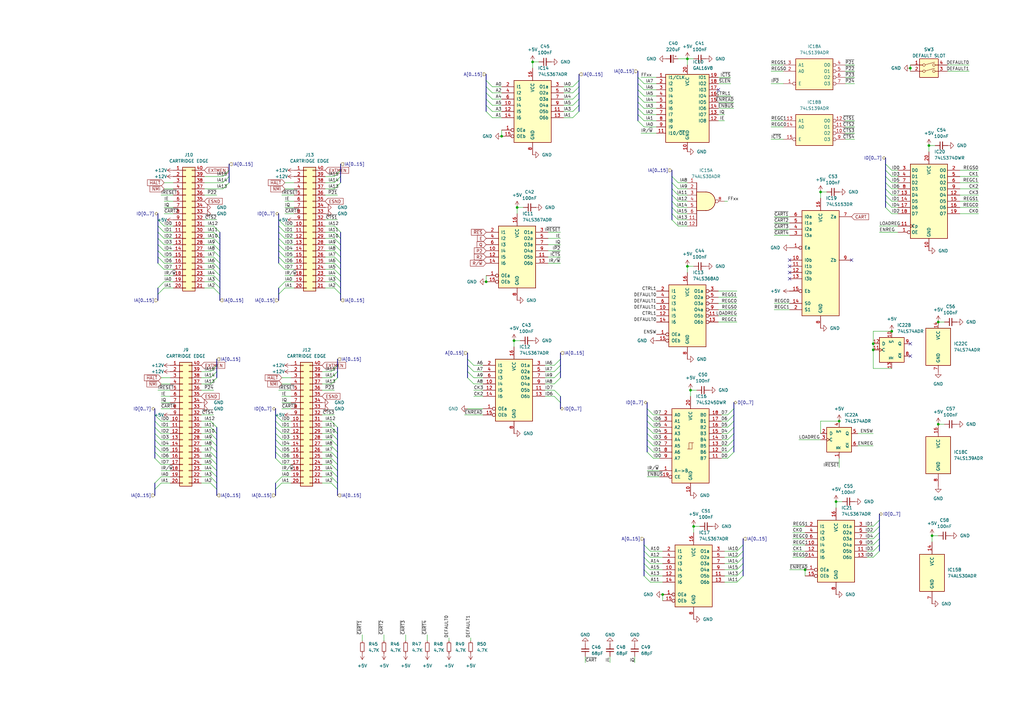
<source format=kicad_sch>
(kicad_sch (version 20231120) (generator "eeschema") (generator_version "8.0")
  (paper "A3")
  (junction (at 382.27 219.71))
  (junction (at 210.82 139.7))
  (junction (at 281.94 24.13))
  (junction (at 281.94 109.22))
  (junction (at 212.09 85.09))
  (junction (at 330.2 233.68))
  (junction (at 271.78 243.84))
  (junction (at 344.17 172.72))
  (junction (at 358.14 140.97))
  (junction (at 199.39 115.57))
  (junction (at 284.48 215.9))
  (junction (at 336.55 78.74))
  (junction (at 283.21 160.02))
  (junction (at 358.14 143.51))
  (junction (at 342.9 205.74))
  (junction (at 373.38 27.94))
  (junction (at 384.81 132.08))
  (junction (at 381 59.69))
  (junction (at 205.74 55.88))
  (junction (at 218.44 25.4))
  (junction (at 384.81 173.99))
  (junction (at 365.76 135.89))
  (no_connect (at 373.38 140.97))
  (no_connect (at 323.85 111.76))
  (no_connect (at 349.25 106.68))
  (no_connect (at 373.38 146.05))
  (no_connect (at 323.85 109.22))
  (no_connect (at 294.64 36.83))
  (no_connect (at 323.85 106.68))
  (no_connect (at 323.85 114.3))
  (bus_entry (at 227.33 160.02) (size 2.54 2.54))
  (bus_entry (at 261.62 46.99) (size 2.54 2.54))
  (bus_entry (at 88.9 180.34) (size -2.54 -2.54))
  (bus_entry (at 63.5 177.8) (size 2.54 2.54))
  (bus_entry (at 63.5 182.88) (size 2.54 2.54))
  (bus_entry (at 139.7 120.65) (size -2.54 -2.54))
  (bus_entry (at 113.03 200.66) (size 2.54 -2.54))
  (bus_entry (at 138.43 193.04) (size -2.54 -2.54))
  (bus_entry (at 237.49 33.02) (size -2.54 2.54))
  (bus_entry (at 363.22 85.09) (size 2.54 2.54))
  (bus_entry (at 113.03 198.12) (size 2.54 -2.54))
  (bus_entry (at 265.43 167.64) (size 2.54 2.54))
  (bus_entry (at 363.22 77.47) (size 2.54 2.54))
  (bus_entry (at 264.16 231.14) (size 2.54 2.54))
  (bus_entry (at 265.43 172.72) (size 2.54 2.54))
  (bus_entry (at 139.7 118.11) (size -2.54 -2.54))
  (bus_entry (at 138.43 200.66) (size -2.54 -2.54))
  (bus_entry (at 113.03 182.88) (size 2.54 2.54))
  (bus_entry (at 199.39 40.64) (size 2.54 2.54))
  (bus_entry (at 360.68 218.44) (size -2.54 2.54))
  (bus_entry (at 261.62 44.45) (size 2.54 2.54))
  (bus_entry (at 88.9 152.4) (size -2.54 2.54))
  (bus_entry (at 113.03 185.42) (size 2.54 2.54))
  (bus_entry (at 265.43 170.18) (size 2.54 2.54))
  (bus_entry (at 229.87 152.4) (size -2.54 2.54))
  (bus_entry (at 264.16 233.68) (size 2.54 2.54))
  (bus_entry (at 139.7 72.39) (size -2.54 2.54))
  (bus_entry (at 265.43 175.26) (size 2.54 2.54))
  (bus_entry (at 275.59 90.17) (size 2.54 2.54))
  (bus_entry (at 139.7 69.85) (size -2.54 2.54))
  (bus_entry (at 114.3 118.11) (size 2.54 -2.54))
  (bus_entry (at 139.7 105.41) (size -2.54 -2.54))
  (bus_entry (at 300.99 172.72) (size -2.54 2.54))
  (bus_entry (at 300.99 167.64) (size -2.54 2.54))
  (bus_entry (at 265.43 182.88) (size 2.54 2.54))
  (bus_entry (at 114.3 120.65) (size 2.54 -2.54))
  (bus_entry (at 90.17 118.11) (size -2.54 -2.54))
  (bus_entry (at 360.68 213.36) (size -2.54 2.54))
  (bus_entry (at 90.17 107.95) (size -2.54 -2.54))
  (bus_entry (at 139.7 115.57) (size -2.54 -2.54))
  (bus_entry (at 199.39 35.56) (size 2.54 2.54))
  (bus_entry (at 138.43 185.42) (size -2.54 -2.54))
  (bus_entry (at 261.62 36.83) (size 2.54 2.54))
  (bus_entry (at 229.87 149.86) (size -2.54 2.54))
  (bus_entry (at 275.59 77.47) (size 2.54 2.54))
  (bus_entry (at 138.43 198.12) (size -2.54 -2.54))
  (bus_entry (at 139.7 95.25) (size -2.54 -2.54))
  (bus_entry (at 304.8 223.52) (size -2.54 2.54))
  (bus_entry (at 114.3 97.79) (size 2.54 2.54))
  (bus_entry (at 113.03 175.26) (size 2.54 2.54))
  (bus_entry (at 63.5 185.42) (size 2.54 2.54))
  (bus_entry (at 90.17 105.41) (size -2.54 -2.54))
  (bus_entry (at 275.59 85.09) (size 2.54 2.54))
  (bus_entry (at 113.03 180.34) (size 2.54 2.54))
  (bus_entry (at 64.77 107.95) (size 2.54 2.54))
  (bus_entry (at 237.49 45.72) (size -2.54 2.54))
  (bus_entry (at 363.22 80.01) (size 2.54 2.54))
  (bus_entry (at 360.68 220.98) (size -2.54 2.54))
  (bus_entry (at 237.49 35.56) (size -2.54 2.54))
  (bus_entry (at 93.98 72.39) (size -2.54 2.54))
  (bus_entry (at 191.77 147.32) (size 2.54 2.54))
  (bus_entry (at 261.62 41.91) (size 2.54 2.54))
  (bus_entry (at 88.9 195.58) (size -2.54 -2.54))
  (bus_entry (at 300.99 177.8) (size -2.54 2.54))
  (bus_entry (at 261.62 31.75) (size 2.54 2.54))
  (bus_entry (at 261.62 39.37) (size 2.54 2.54))
  (bus_entry (at 114.3 90.17) (size 2.54 2.54))
  (bus_entry (at 88.9 190.5) (size -2.54 -2.54))
  (bus_entry (at 138.43 152.4) (size -2.54 2.54))
  (bus_entry (at 93.98 69.85) (size -2.54 2.54))
  (bus_entry (at 191.77 152.4) (size 2.54 2.54))
  (bus_entry (at 229.87 154.94) (size -2.54 2.54))
  (bus_entry (at 363.22 74.93) (size 2.54 2.54))
  (bus_entry (at 304.8 233.68) (size -2.54 2.54))
  (bus_entry (at 265.43 180.34) (size 2.54 2.54))
  (bus_entry (at 275.59 72.39) (size 2.54 2.54))
  (bus_entry (at 90.17 100.33) (size -2.54 -2.54))
  (bus_entry (at 360.68 226.06) (size -2.54 2.54))
  (bus_entry (at 114.3 107.95) (size 2.54 2.54))
  (bus_entry (at 237.49 38.1) (size -2.54 2.54))
  (bus_entry (at 64.77 97.79) (size 2.54 2.54))
  (bus_entry (at 264.16 228.6) (size 2.54 2.54))
  (bus_entry (at 63.5 187.96) (size 2.54 2.54))
  (bus_entry (at 64.77 92.71) (size 2.54 2.54))
  (bus_entry (at 264.16 223.52) (size 2.54 2.54))
  (bus_entry (at 113.03 170.18) (size 2.54 2.54))
  (bus_entry (at 138.43 154.94) (size -2.54 2.54))
  (bus_entry (at 275.59 87.63) (size 2.54 2.54))
  (bus_entry (at 199.39 43.18) (size 2.54 2.54))
  (bus_entry (at 275.59 80.01) (size 2.54 2.54))
  (bus_entry (at 264.16 236.22) (size 2.54 2.54))
  (bus_entry (at 363.22 82.55) (size 2.54 2.54))
  (bus_entry (at 304.8 231.14) (size -2.54 2.54))
  (bus_entry (at 191.77 154.94) (size 2.54 2.54))
  (bus_entry (at 88.9 175.26) (size -2.54 -2.54))
  (bus_entry (at 191.77 149.86) (size 2.54 2.54))
  (bus_entry (at 237.49 43.18) (size -2.54 2.54))
  (bus_entry (at 138.43 190.5) (size -2.54 -2.54))
  (bus_entry (at 275.59 82.55) (size 2.54 2.54))
  (bus_entry (at 139.7 74.93) (size -2.54 2.54))
  (bus_entry (at 88.9 187.96) (size -2.54 -2.54))
  (bus_entry (at 64.77 100.33) (size 2.54 2.54))
  (bus_entry (at 64.77 105.41) (size 2.54 2.54))
  (bus_entry (at 300.99 185.42) (size -2.54 2.54))
  (bus_entry (at 139.7 107.95) (size -2.54 -2.54))
  (bus_entry (at 114.3 95.25) (size 2.54 2.54))
  (bus_entry (at 261.62 49.53) (size 2.54 2.54))
  (bus_entry (at 265.43 177.8) (size 2.54 2.54))
  (bus_entry (at 88.9 185.42) (size -2.54 -2.54))
  (bus_entry (at 229.87 147.32) (size -2.54 2.54))
  (bus_entry (at 113.03 187.96) (size 2.54 2.54))
  (bus_entry (at 64.77 120.65) (size 2.54 -2.54))
  (bus_entry (at 227.33 162.56) (size 2.54 2.54))
  (bus_entry (at 63.5 200.66) (size 2.54 -2.54))
  (bus_entry (at 88.9 200.66) (size -2.54 -2.54))
  (bus_entry (at 90.17 110.49) (size -2.54 -2.54))
  (bus_entry (at 88.9 177.8) (size -2.54 -2.54))
  (bus_entry (at 139.7 110.49) (size -2.54 -2.54))
  (bus_entry (at 138.43 149.86) (size -2.54 2.54))
  (bus_entry (at 138.43 195.58) (size -2.54 -2.54))
  (bus_entry (at 90.17 113.03) (size -2.54 -2.54))
  (bus_entry (at 265.43 185.42) (size 2.54 2.54))
  (bus_entry (at 139.7 100.33) (size -2.54 -2.54))
  (bus_entry (at 63.5 198.12) (size 2.54 -2.54))
  (bus_entry (at 199.39 33.02) (size 2.54 2.54))
  (bus_entry (at 360.68 223.52) (size -2.54 2.54))
  (bus_entry (at 90.17 95.25) (size -2.54 -2.54))
  (bus_entry (at 63.5 175.26) (size 2.54 2.54))
  (bus_entry (at 237.49 40.64) (size -2.54 2.54))
  (bus_entry (at 304.8 226.06) (size -2.54 2.54))
  (bus_entry (at 138.43 177.8) (size -2.54 -2.54))
  (bus_entry (at 114.3 92.71) (size 2.54 2.54))
  (bus_entry (at 63.5 170.18) (size 2.54 2.54))
  (bus_entry (at 199.39 45.72) (size 2.54 2.54))
  (bus_entry (at 64.77 95.25) (size 2.54 2.54))
  (bus_entry (at 113.03 172.72) (size 2.54 2.54))
  (bus_entry (at 300.99 175.26) (size -2.54 2.54))
  (bus_entry (at 90.17 97.79) (size -2.54 -2.54))
  (bus_entry (at 63.5 172.72) (size 2.54 2.54))
  (bus_entry (at 139.7 102.87) (size -2.54 -2.54))
  (bus_entry (at 64.77 118.11) (size 2.54 -2.54))
  (bus_entry (at 275.59 74.93) (size 2.54 2.54))
  (bus_entry (at 304.8 236.22) (size -2.54 2.54))
  (bus_entry (at 139.7 113.03) (size -2.54 -2.54))
  (bus_entry (at 199.39 38.1) (size 2.54 2.54))
  (bus_entry (at 63.5 180.34) (size 2.54 2.54))
  (bus_entry (at 64.77 90.17) (size 2.54 2.54))
  (bus_entry (at 360.68 215.9) (size -2.54 2.54))
  (bus_entry (at 138.43 187.96) (size -2.54 -2.54))
  (bus_entry (at 114.3 100.33) (size 2.54 2.54))
  (bus_entry (at 93.98 74.93) (size -2.54 2.54))
  (bus_entry (at 300.99 180.34) (size -2.54 2.54))
  (bus_entry (at 138.43 180.34) (size -2.54 -2.54))
  (bus_entry (at 90.17 120.65) (size -2.54 -2.54))
  (bus_entry (at 300.99 182.88) (size -2.54 2.54))
  (bus_entry (at 264.16 226.06) (size 2.54 2.54))
  (bus_entry (at 90.17 102.87) (size -2.54 -2.54))
  (bus_entry (at 304.8 228.6) (size -2.54 2.54))
  (bus_entry (at 363.22 67.31) (size 2.54 2.54))
  (bus_entry (at 261.62 34.29) (size 2.54 2.54))
  (bus_entry (at 363.22 69.85) (size 2.54 2.54))
  (bus_entry (at 88.9 193.04) (size -2.54 -2.54))
  (bus_entry (at 138.43 182.88) (size -2.54 -2.54))
  (bus_entry (at 88.9 198.12) (size -2.54 -2.54))
  (bus_entry (at 114.3 105.41) (size 2.54 2.54))
  (bus_entry (at 300.99 170.18) (size -2.54 2.54))
  (bus_entry (at 114.3 102.87) (size 2.54 2.54))
  (bus_entry (at 363.22 72.39) (size 2.54 2.54))
  (bus_entry (at 64.77 102.87) (size 2.54 2.54))
  (bus_entry (at 88.9 182.88) (size -2.54 -2.54))
  (bus_entry (at 139.7 97.79) (size -2.54 -2.54))
  (bus_entry (at 90.17 115.57) (size -2.54 -2.54))
  (bus_entry (at 88.9 149.86) (size -2.54 2.54))
  (bus_entry (at 88.9 154.94) (size -2.54 2.54))
  (bus_entry (at 113.03 177.8) (size 2.54 2.54))
  (bus_entry (at 138.43 175.26) (size -2.54 -2.54))
  (wire (pts (xy 284.48 109.22) (xy 281.94 109.22)))
  (bus (pts (xy 300.99 182.88) (xy 300.99 185.42)))
  (wire (pts (xy 278.13 85.09) (xy 281.94 85.09)))
  (wire (pts (xy 190.5 170.18) (xy 198.12 170.18)))
  (bus (pts (xy 139.7 102.87) (xy 139.7 105.41)))
  (wire (pts (xy 365.76 77.47) (xy 368.3 77.47)))
  (wire (pts (xy 234.95 45.72) (xy 231.14 45.72)))
  (wire (pts (xy 388.62 29.21) (xy 397.51 29.21)))
  (wire (pts (xy 87.63 113.03) (xy 83.82 113.03)))
  (bus (pts (xy 300.99 165.1) (xy 300.99 167.64)))
  (wire (pts (xy 66.04 185.42) (xy 69.85 185.42)))
  (bus (pts (xy 275.59 85.09) (xy 275.59 87.63)))
  (bus (pts (xy 64.77 87.63) (xy 64.77 90.17)))
  (wire (pts (xy 157.48 260.35) (xy 157.48 262.89)))
  (wire (pts (xy 229.87 102.87) (xy 224.79 102.87)))
  (bus (pts (xy 261.62 46.99) (xy 261.62 49.53)))
  (wire (pts (xy 194.31 162.56) (xy 198.12 162.56)))
  (wire (pts (xy 317.5 91.44) (xy 323.85 91.44)))
  (wire (pts (xy 166.37 260.35) (xy 166.37 262.89)))
  (wire (pts (xy 266.7 233.68) (xy 271.78 233.68)))
  (bus (pts (xy 64.77 100.33) (xy 64.77 102.87)))
  (wire (pts (xy 87.63 107.95) (xy 83.82 107.95)))
  (bus (pts (xy 88.9 187.96) (xy 88.9 190.5)))
  (bus (pts (xy 275.59 77.47) (xy 275.59 74.93)))
  (bus (pts (xy 93.98 69.85) (xy 93.98 72.39)))
  (bus (pts (xy 139.7 105.41) (xy 139.7 107.95)))
  (wire (pts (xy 294.64 49.53) (xy 297.18 49.53)))
  (wire (pts (xy 86.36 187.96) (xy 82.55 187.96)))
  (wire (pts (xy 342.9 205.74) (xy 342.9 208.28)))
  (wire (pts (xy 87.63 92.71) (xy 83.82 92.71)))
  (bus (pts (xy 139.7 97.79) (xy 139.7 100.33)))
  (wire (pts (xy 83.82 80.01) (xy 88.9 80.01)))
  (wire (pts (xy 115.57 193.04) (xy 119.38 193.04)))
  (bus (pts (xy 138.43 152.4) (xy 138.43 154.94)))
  (bus (pts (xy 275.59 80.01) (xy 275.59 82.55)))
  (wire (pts (xy 316.23 26.67) (xy 321.31 26.67)))
  (bus (pts (xy 304.8 226.06) (xy 304.8 228.6)))
  (bus (pts (xy 360.68 220.98) (xy 360.68 223.52)))
  (bus (pts (xy 229.87 152.4) (xy 229.87 154.94)))
  (wire (pts (xy 115.57 172.72) (xy 119.38 172.72)))
  (wire (pts (xy 267.97 177.8) (xy 270.51 177.8)))
  (wire (pts (xy 278.13 90.17) (xy 281.94 90.17)))
  (wire (pts (xy 87.63 110.49) (xy 83.82 110.49)))
  (bus (pts (xy 199.39 43.18) (xy 199.39 45.72)))
  (bus (pts (xy 261.62 34.29) (xy 261.62 31.75)))
  (wire (pts (xy 201.93 43.18) (xy 205.74 43.18)))
  (bus (pts (xy 138.43 147.32) (xy 138.43 149.86)))
  (wire (pts (xy 339.09 78.74) (xy 336.55 78.74)))
  (wire (pts (xy 132.08 160.02) (xy 137.16 160.02)))
  (wire (pts (xy 194.31 160.02) (xy 198.12 160.02)))
  (wire (pts (xy 360.68 92.71) (xy 368.3 92.71)))
  (wire (pts (xy 82.55 170.18) (xy 87.63 170.18)))
  (wire (pts (xy 358.14 223.52) (xy 355.6 223.52)))
  (bus (pts (xy 63.5 172.72) (xy 63.5 175.26)))
  (wire (pts (xy 137.16 110.49) (xy 133.35 110.49)))
  (wire (pts (xy 264.16 36.83) (xy 269.24 36.83)))
  (wire (pts (xy 67.31 92.71) (xy 71.12 92.71)))
  (wire (pts (xy 229.87 95.25) (xy 224.79 95.25)))
  (bus (pts (xy 264.16 233.68) (xy 264.16 236.22)))
  (wire (pts (xy 393.7 80.01) (xy 401.32 80.01)))
  (bus (pts (xy 114.3 102.87) (xy 114.3 105.41)))
  (wire (pts (xy 67.31 102.87) (xy 71.12 102.87)))
  (wire (pts (xy 298.45 175.26) (xy 295.91 175.26)))
  (bus (pts (xy 138.43 182.88) (xy 138.43 185.42)))
  (bus (pts (xy 139.7 107.95) (xy 139.7 110.49)))
  (wire (pts (xy 317.5 124.46) (xy 323.85 124.46)))
  (wire (pts (xy 212.09 85.09) (xy 212.09 87.63)))
  (wire (pts (xy 325.12 215.9) (xy 330.2 215.9)))
  (bus (pts (xy 90.17 120.65) (xy 90.17 123.19)))
  (wire (pts (xy 284.48 24.13) (xy 281.94 24.13)))
  (bus (pts (xy 275.59 82.55) (xy 275.59 85.09)))
  (bus (pts (xy 265.43 182.88) (xy 265.43 185.42)))
  (wire (pts (xy 86.36 193.04) (xy 82.55 193.04)))
  (wire (pts (xy 302.26 231.14) (xy 297.18 231.14)))
  (wire (pts (xy 267.97 182.88) (xy 270.51 182.88)))
  (wire (pts (xy 135.89 175.26) (xy 132.08 175.26)))
  (bus (pts (xy 88.9 175.26) (xy 88.9 177.8)))
  (wire (pts (xy 346.71 26.67) (xy 350.52 26.67)))
  (bus (pts (xy 64.77 95.25) (xy 64.77 97.79)))
  (wire (pts (xy 137.16 113.03) (xy 133.35 113.03)))
  (bus (pts (xy 113.03 167.64) (xy 113.03 170.18)))
  (bus (pts (xy 138.43 198.12) (xy 138.43 200.66)))
  (wire (pts (xy 267.97 170.18) (xy 270.51 170.18)))
  (wire (pts (xy 218.44 25.4) (xy 218.44 27.94)))
  (wire (pts (xy 135.89 187.96) (xy 132.08 187.96)))
  (bus (pts (xy 265.43 167.64) (xy 265.43 170.18)))
  (bus (pts (xy 275.59 74.93) (xy 275.59 72.39)))
  (wire (pts (xy 287.02 215.9) (xy 284.48 215.9)))
  (bus (pts (xy 90.17 115.57) (xy 90.17 118.11)))
  (wire (pts (xy 115.57 177.8) (xy 119.38 177.8)))
  (bus (pts (xy 304.8 226.06) (xy 304.8 223.52)))
  (bus (pts (xy 88.9 200.66) (xy 88.9 203.2)))
  (bus (pts (xy 199.39 33.02) (xy 199.39 30.48)))
  (wire (pts (xy 116.84 82.55) (xy 120.65 82.55)))
  (wire (pts (xy 115.57 167.64) (xy 119.38 167.64)))
  (wire (pts (xy 66.04 175.26) (xy 69.85 175.26)))
  (wire (pts (xy 86.36 172.72) (xy 82.55 172.72)))
  (wire (pts (xy 325.12 226.06) (xy 330.2 226.06)))
  (wire (pts (xy 267.97 172.72) (xy 270.51 172.72)))
  (wire (pts (xy 365.76 74.93) (xy 368.3 74.93)))
  (wire (pts (xy 66.04 182.88) (xy 69.85 182.88)))
  (bus (pts (xy 360.68 223.52) (xy 360.68 226.06)))
  (wire (pts (xy 365.76 87.63) (xy 368.3 87.63)))
  (bus (pts (xy 139.7 113.03) (xy 139.7 115.57)))
  (bus (pts (xy 114.3 97.79) (xy 114.3 100.33)))
  (wire (pts (xy 365.76 72.39) (xy 368.3 72.39)))
  (wire (pts (xy 227.33 152.4) (xy 223.52 152.4)))
  (wire (pts (xy 135.89 177.8) (xy 132.08 177.8)))
  (bus (pts (xy 93.98 72.39) (xy 93.98 74.93)))
  (bus (pts (xy 88.9 152.4) (xy 88.9 154.94)))
  (wire (pts (xy 346.71 31.75) (xy 350.52 31.75)))
  (wire (pts (xy 387.35 173.99) (xy 384.81 173.99)))
  (wire (pts (xy 294.64 41.91) (xy 300.99 41.91)))
  (bus (pts (xy 139.7 95.25) (xy 139.7 97.79)))
  (wire (pts (xy 116.84 118.11) (xy 120.65 118.11)))
  (wire (pts (xy 86.36 182.88) (xy 82.55 182.88)))
  (wire (pts (xy 302.26 238.76) (xy 297.18 238.76)))
  (wire (pts (xy 266.7 236.22) (xy 271.78 236.22)))
  (wire (pts (xy 137.16 74.93) (xy 133.35 74.93)))
  (wire (pts (xy 294.64 132.08) (xy 302.26 132.08)))
  (wire (pts (xy 135.89 172.72) (xy 132.08 172.72)))
  (wire (pts (xy 267.97 187.96) (xy 270.51 187.96)))
  (wire (pts (xy 264.16 39.37) (xy 269.24 39.37)))
  (bus (pts (xy 138.43 180.34) (xy 138.43 182.88)))
  (wire (pts (xy 86.36 177.8) (xy 82.55 177.8)))
  (wire (pts (xy 137.16 105.41) (xy 133.35 105.41)))
  (bus (pts (xy 138.43 177.8) (xy 138.43 180.34)))
  (wire (pts (xy 135.89 195.58) (xy 132.08 195.58)))
  (wire (pts (xy 365.76 82.55) (xy 368.3 82.55)))
  (bus (pts (xy 360.68 210.82) (xy 360.68 213.36)))
  (wire (pts (xy 67.31 118.11) (xy 71.12 118.11)))
  (bus (pts (xy 191.77 147.32) (xy 191.77 144.78)))
  (wire (pts (xy 346.71 34.29) (xy 350.52 34.29)))
  (bus (pts (xy 63.5 182.88) (xy 63.5 185.42)))
  (wire (pts (xy 373.38 27.94) (xy 373.38 29.21)))
  (wire (pts (xy 358.14 177.8) (xy 351.79 177.8)))
  (wire (pts (xy 266.7 231.14) (xy 271.78 231.14)))
  (bus (pts (xy 139.7 72.39) (xy 139.7 74.93)))
  (wire (pts (xy 294.64 46.99) (xy 297.18 46.99)))
  (bus (pts (xy 114.3 105.41) (xy 114.3 107.95)))
  (wire (pts (xy 278.13 82.55) (xy 281.94 82.55)))
  (bus (pts (xy 113.03 200.66) (xy 113.03 203.2)))
  (wire (pts (xy 116.84 77.47) (xy 120.65 77.47)))
  (wire (pts (xy 137.16 118.11) (xy 133.35 118.11)))
  (wire (pts (xy 66.04 180.34) (xy 69.85 180.34)))
  (wire (pts (xy 323.85 233.68) (xy 330.2 233.68)))
  (wire (pts (xy 67.31 107.95) (xy 71.12 107.95)))
  (wire (pts (xy 66.04 154.94) (xy 69.85 154.94)))
  (bus (pts (xy 138.43 149.86) (xy 138.43 152.4)))
  (wire (pts (xy 115.57 195.58) (xy 119.38 195.58)))
  (wire (pts (xy 271.78 243.84) (xy 271.78 246.38)))
  (wire (pts (xy 300.99 44.45) (xy 294.64 44.45)))
  (wire (pts (xy 214.63 85.09) (xy 212.09 85.09)))
  (bus (pts (xy 261.62 36.83) (xy 261.62 34.29)))
  (wire (pts (xy 135.89 154.94) (xy 132.08 154.94)))
  (bus (pts (xy 88.9 147.32) (xy 88.9 149.86)))
  (bus (pts (xy 139.7 115.57) (xy 139.7 118.11)))
  (bus (pts (xy 237.49 33.02) (xy 237.49 30.48)))
  (wire (pts (xy 67.31 115.57) (xy 71.12 115.57)))
  (bus (pts (xy 363.22 72.39) (xy 363.22 74.93)))
  (wire (pts (xy 116.84 95.25) (xy 120.65 95.25)))
  (bus (pts (xy 229.87 162.56) (xy 229.87 165.1)))
  (bus (pts (xy 264.16 226.06) (xy 264.16 228.6)))
  (wire (pts (xy 346.71 57.15) (xy 350.52 57.15)))
  (wire (pts (xy 66.04 195.58) (xy 69.85 195.58)))
  (wire (pts (xy 227.33 149.86) (xy 223.52 149.86)))
  (wire (pts (xy 201.93 40.64) (xy 205.74 40.64)))
  (wire (pts (xy 87.63 115.57) (xy 83.82 115.57)))
  (bus (pts (xy 275.59 80.01) (xy 275.59 77.47)))
  (bus (pts (xy 363.22 64.77) (xy 363.22 67.31)))
  (bus (pts (xy 191.77 149.86) (xy 191.77 147.32)))
  (bus (pts (xy 90.17 118.11) (xy 90.17 120.65)))
  (wire (pts (xy 201.93 48.26) (xy 205.74 48.26)))
  (bus (pts (xy 265.43 170.18) (xy 265.43 172.72)))
  (wire (pts (xy 220.98 25.4) (xy 218.44 25.4)))
  (bus (pts (xy 360.68 218.44) (xy 360.68 220.98)))
  (bus (pts (xy 113.03 198.12) (xy 113.03 200.66)))
  (bus (pts (xy 90.17 107.95) (xy 90.17 110.49)))
  (bus (pts (xy 300.99 172.72) (xy 300.99 175.26)))
  (wire (pts (xy 116.84 87.63) (xy 120.65 87.63)))
  (bus (pts (xy 113.03 185.42) (xy 113.03 187.96)))
  (bus (pts (xy 229.87 149.86) (xy 229.87 147.32)))
  (bus (pts (xy 261.62 39.37) (xy 261.62 41.91)))
  (bus (pts (xy 300.99 167.64) (xy 300.99 170.18)))
  (wire (pts (xy 133.35 90.17) (xy 138.43 90.17)))
  (wire (pts (xy 115.57 180.34) (xy 119.38 180.34)))
  (wire (pts (xy 298.45 187.96) (xy 295.91 187.96)))
  (wire (pts (xy 66.04 193.04) (xy 69.85 193.04)))
  (wire (pts (xy 264.16 34.29) (xy 269.24 34.29)))
  (wire (pts (xy 137.16 115.57) (xy 133.35 115.57)))
  (bus (pts (xy 237.49 35.56) (xy 237.49 38.1)))
  (wire (pts (xy 201.93 45.72) (xy 205.74 45.72)))
  (wire (pts (xy 137.16 102.87) (xy 133.35 102.87)))
  (wire (pts (xy 298.45 172.72) (xy 295.91 172.72)))
  (wire (pts (xy 115.57 185.42) (xy 119.38 185.42)))
  (wire (pts (xy 264.16 41.91) (xy 269.24 41.91)))
  (wire (pts (xy 278.13 80.01) (xy 281.94 80.01)))
  (bus (pts (xy 275.59 87.63) (xy 275.59 90.17)))
  (bus (pts (xy 63.5 177.8) (xy 63.5 180.34)))
  (wire (pts (xy 66.04 80.01) (xy 71.12 80.01)))
  (bus (pts (xy 90.17 95.25) (xy 90.17 97.79)))
  (wire (pts (xy 86.36 195.58) (xy 82.55 195.58)))
  (bus (pts (xy 64.77 97.79) (xy 64.77 100.33)))
  (bus (pts (xy 114.3 90.17) (xy 114.3 92.71)))
  (bus (pts (xy 90.17 97.79) (xy 90.17 100.33)))
  (wire (pts (xy 267.97 185.42) (xy 270.51 185.42)))
  (bus (pts (xy 363.22 74.93) (xy 363.22 77.47)))
  (wire (pts (xy 116.84 85.09) (xy 120.65 85.09)))
  (wire (pts (xy 358.14 228.6) (xy 355.6 228.6)))
  (wire (pts (xy 298.45 82.55) (xy 297.18 82.55)))
  (wire (pts (xy 358.14 151.13) (xy 365.76 151.13)))
  (wire (pts (xy 193.04 261.62) (xy 193.04 262.89)))
  (wire (pts (xy 86.36 185.42) (xy 82.55 185.42)))
  (wire (pts (xy 116.84 115.57) (xy 120.65 115.57)))
  (wire (pts (xy 365.76 69.85) (xy 368.3 69.85)))
  (bus (pts (xy 229.87 165.1) (xy 229.87 167.64)))
  (wire (pts (xy 298.45 182.88) (xy 295.91 182.88)))
  (wire (pts (xy 114.3 160.02) (xy 119.38 160.02)))
  (wire (pts (xy 86.36 180.34) (xy 82.55 180.34)))
  (bus (pts (xy 191.77 152.4) (xy 191.77 154.94)))
  (wire (pts (xy 132.08 170.18) (xy 137.16 170.18)))
  (bus (pts (xy 88.9 198.12) (xy 88.9 200.66)))
  (bus (pts (xy 139.7 110.49) (xy 139.7 113.03)))
  (wire (pts (xy 87.63 100.33) (xy 83.82 100.33)))
  (bus (pts (xy 363.22 77.47) (xy 363.22 80.01)))
  (wire (pts (xy 91.44 72.39) (xy 83.82 72.39)))
  (wire (pts (xy 67.31 100.33) (xy 71.12 100.33)))
  (bus (pts (xy 138.43 193.04) (xy 138.43 195.58)))
  (wire (pts (xy 86.36 152.4) (xy 82.55 152.4)))
  (wire (pts (xy 83.82 90.17) (xy 88.9 90.17)))
  (wire (pts (xy 265.43 195.58) (xy 270.51 195.58)))
  (wire (pts (xy 175.26 260.35) (xy 175.26 262.89)))
  (wire (pts (xy 234.95 35.56) (xy 231.14 35.56)))
  (wire (pts (xy 358.14 135.89) (xy 358.14 140.97)))
  (wire (pts (xy 210.82 139.7) (xy 210.82 142.24)))
  (bus (pts (xy 64.77 90.17) (xy 64.77 92.71)))
  (wire (pts (xy 135.89 180.34) (xy 132.08 180.34)))
  (bus (pts (xy 90.17 100.33) (xy 90.17 102.87)))
  (wire (pts (xy 116.84 102.87) (xy 120.65 102.87)))
  (bus (pts (xy 304.8 231.14) (xy 304.8 233.68)))
  (wire (pts (xy 302.26 119.38) (xy 294.64 119.38)))
  (wire (pts (xy 264.16 49.53) (xy 269.24 49.53)))
  (wire (pts (xy 194.31 154.94) (xy 198.12 154.94)))
  (wire (pts (xy 82.55 160.02) (xy 87.63 160.02)))
  (bus (pts (xy 261.62 44.45) (xy 261.62 46.99)))
  (wire (pts (xy 317.5 127) (xy 323.85 127)))
  (bus (pts (xy 138.43 187.96) (xy 138.43 190.5)))
  (bus (pts (xy 113.03 180.34) (xy 113.03 182.88)))
  (bus (pts (xy 114.3 100.33) (xy 114.3 102.87)))
  (bus (pts (xy 90.17 110.49) (xy 90.17 113.03)))
  (wire (pts (xy 358.14 215.9) (xy 355.6 215.9)))
  (wire (pts (xy 135.89 152.4) (xy 132.08 152.4)))
  (bus (pts (xy 199.39 35.56) (xy 199.39 33.02)))
  (wire (pts (xy 115.57 165.1) (xy 119.38 165.1)))
  (bus (pts (xy 363.22 67.31) (xy 363.22 69.85)))
  (wire (pts (xy 116.84 92.71) (xy 120.65 92.71)))
  (wire (pts (xy 234.95 43.18) (xy 231.14 43.18)))
  (bus (pts (xy 304.8 233.68) (xy 304.8 236.22)))
  (wire (pts (xy 316.23 57.15) (xy 321.31 57.15)))
  (wire (pts (xy 135.89 198.12) (xy 132.08 198.12)))
  (wire (pts (xy 115.57 162.56) (xy 119.38 162.56)))
  (bus (pts (xy 265.43 180.34) (xy 265.43 182.88)))
  (wire (pts (xy 234.95 40.64) (xy 231.14 40.64)))
  (bus (pts (xy 237.49 40.64) (xy 237.49 43.18)))
  (wire (pts (xy 66.04 165.1) (xy 69.85 165.1)))
  (wire (pts (xy 67.31 97.79) (xy 71.12 97.79)))
  (bus (pts (xy 191.77 149.86) (xy 191.77 152.4)))
  (wire (pts (xy 137.16 77.47) (xy 133.35 77.47)))
  (wire (pts (xy 325.12 223.52) (xy 330.2 223.52)))
  (bus (pts (xy 264.16 231.14) (xy 264.16 233.68)))
  (wire (pts (xy 86.36 198.12) (xy 82.55 198.12)))
  (wire (pts (xy 66.04 177.8) (xy 69.85 177.8)))
  (bus (pts (xy 64.77 92.71) (xy 64.77 95.25)))
  (wire (pts (xy 135.89 185.42) (xy 132.08 185.42)))
  (wire (pts (xy 358.14 226.06) (xy 355.6 226.06)))
  (wire (pts (xy 365.76 80.01) (xy 368.3 80.01)))
  (wire (pts (xy 278.13 92.71) (xy 281.94 92.71)))
  (wire (pts (xy 135.89 190.5) (xy 132.08 190.5)))
  (bus (pts (xy 64.77 118.11) (xy 64.77 120.65)))
  (wire (pts (xy 281.94 109.22) (xy 281.94 111.76)))
  (wire (pts (xy 393.7 77.47) (xy 401.32 77.47)))
  (wire (pts (xy 66.04 172.72) (xy 69.85 172.72)))
  (wire (pts (xy 86.36 154.94) (xy 82.55 154.94)))
  (wire (pts (xy 266.7 238.76) (xy 271.78 238.76)))
  (wire (pts (xy 67.31 82.55) (xy 71.12 82.55)))
  (wire (pts (xy 116.84 105.41) (xy 120.65 105.41)))
  (wire (pts (xy 401.32 85.09) (xy 393.7 85.09)))
  (bus (pts (xy 88.9 149.86) (xy 88.9 152.4)))
  (wire (pts (xy 294.64 124.46) (xy 302.26 124.46)))
  (wire (pts (xy 115.57 190.5) (xy 119.38 190.5)))
  (wire (pts (xy 302.26 226.06) (xy 297.18 226.06)))
  (bus (pts (xy 360.68 213.36) (xy 360.68 215.9)))
  (wire (pts (xy 224.79 100.33) (xy 229.87 100.33)))
  (wire (pts (xy 116.84 100.33) (xy 120.65 100.33)))
  (bus (pts (xy 363.22 80.01) (xy 363.22 82.55)))
  (wire (pts (xy 224.79 107.95) (xy 229.87 107.95)))
  (bus (pts (xy 138.43 185.42) (xy 138.43 187.96)))
  (wire (pts (xy 302.26 121.92) (xy 294.64 121.92)))
  (wire (pts (xy 262.89 31.75) (xy 269.24 31.75)))
  (bus (pts (xy 264.16 223.52) (xy 264.16 220.98)))
  (bus (pts (xy 139.7 69.85) (xy 139.7 72.39)))
  (wire (pts (xy 344.17 187.96) (xy 344.17 191.77)))
  (bus (pts (xy 63.5 180.34) (xy 63.5 182.88)))
  (wire (pts (xy 365.76 135.89) (xy 358.14 135.89)))
  (wire (pts (xy 135.89 182.88) (xy 132.08 182.88)))
  (bus (pts (xy 139.7 118.11) (xy 139.7 120.65)))
  (wire (pts (xy 227.33 154.94) (xy 223.52 154.94)))
  (wire (pts (xy 262.89 54.61) (xy 269.24 54.61)))
  (bus (pts (xy 113.03 175.26) (xy 113.03 177.8)))
  (wire (pts (xy 67.31 110.49) (xy 71.12 110.49)))
  (wire (pts (xy 87.63 95.25) (xy 83.82 95.25)))
  (wire (pts (xy 281.94 24.13) (xy 281.94 26.67)))
  (wire (pts (xy 298.45 180.34) (xy 295.91 180.34)))
  (wire (pts (xy 294.64 34.29) (xy 299.72 34.29)))
  (wire (pts (xy 66.04 167.64) (xy 69.85 167.64)))
  (wire (pts (xy 67.31 95.25) (xy 71.12 95.25)))
  (wire (pts (xy 388.62 26.67) (xy 397.51 26.67)))
  (wire (pts (xy 91.44 77.47) (xy 83.82 77.47)))
  (wire (pts (xy 346.71 49.53) (xy 350.52 49.53)))
  (bus (pts (xy 88.9 180.34) (xy 88.9 182.88)))
  (bus (pts (xy 88.9 177.8) (xy 88.9 180.34)))
  (bus (pts (xy 88.9 185.42) (xy 88.9 187.96)))
  (wire (pts (xy 137.16 107.95) (xy 133.35 107.95)))
  (wire (pts (xy 345.44 205.74) (xy 342.9 205.74)))
  (wire (pts (xy 316.23 52.07) (xy 321.31 52.07)))
  (bus (pts (xy 63.5 200.66) (xy 63.5 203.2)))
  (bus (pts (xy 199.39 38.1) (xy 199.39 40.64)))
  (wire (pts (xy 387.35 132.08) (xy 384.81 132.08)))
  (wire (pts (xy 234.95 38.1) (xy 231.14 38.1)))
  (wire (pts (xy 87.63 118.11) (xy 83.82 118.11)))
  (bus (pts (xy 300.99 175.26) (xy 300.99 177.8)))
  (bus (pts (xy 138.43 175.26) (xy 138.43 177.8)))
  (wire (pts (xy 325.12 218.44) (xy 330.2 218.44)))
  (bus (pts (xy 300.99 180.34) (xy 300.99 182.88)))
  (bus (pts (xy 64.77 120.65) (xy 64.77 123.19)))
  (wire (pts (xy 381 59.69) (xy 381 62.23)))
  (wire (pts (xy 317.5 93.98) (xy 323.85 93.98)))
  (bus (pts (xy 237.49 38.1) (xy 237.49 40.64)))
  (wire (pts (xy 135.89 193.04) (xy 132.08 193.04)))
  (wire (pts (xy 393.7 74.93) (xy 401.32 74.93)))
  (bus (pts (xy 114.3 120.65) (xy 114.3 123.19)))
  (wire (pts (xy 298.45 177.8) (xy 295.91 177.8)))
  (wire (pts (xy 250.19 269.24) (xy 250.19 271.78)))
  (bus (pts (xy 90.17 113.03) (xy 90.17 115.57)))
  (bus (pts (xy 88.9 182.88) (xy 88.9 185.42)))
  (bus (pts (xy 114.3 92.71) (xy 114.3 95.25)))
  (bus (pts (xy 265.43 165.1) (xy 265.43 167.64)))
  (wire (pts (xy 115.57 198.12) (xy 119.38 198.12)))
  (wire (pts (xy 325.12 228.6) (xy 330.2 228.6)))
  (bus (pts (xy 63.5 185.42) (xy 63.5 187.96)))
  (wire (pts (xy 393.7 72.39) (xy 401.32 72.39)))
  (wire (pts (xy 278.13 24.13) (xy 281.94 24.13)))
  (wire (pts (xy 325.12 220.98) (xy 330.2 220.98)))
  (wire (pts (xy 86.36 175.26) (xy 82.55 175.26)))
  (wire (pts (xy 224.79 97.79) (xy 229.87 97.79)))
  (bus (pts (xy 63.5 170.18) (xy 63.5 172.72)))
  (bus (pts (xy 300.99 170.18) (xy 300.99 172.72)))
  (wire (pts (xy 264.16 52.07) (xy 269.24 52.07)))
  (wire (pts (xy 223.52 162.56) (xy 227.33 162.56)))
  (bus (pts (xy 264.16 226.06) (xy 264.16 223.52)))
  (wire (pts (xy 346.71 52.07) (xy 350.52 52.07)))
  (wire (pts (xy 358.14 143.51) (xy 358.14 151.13)))
  (wire (pts (xy 298.45 170.18) (xy 295.91 170.18)))
  (bus (pts (xy 138.43 200.66) (xy 138.43 203.2)))
  (wire (pts (xy 265.43 193.04) (xy 270.51 193.04)))
  (wire (pts (xy 194.31 157.48) (xy 198.12 157.48)))
  (bus (pts (xy 265.43 172.72) (xy 265.43 175.26)))
  (wire (pts (xy 67.31 74.93) (xy 71.12 74.93)))
  (wire (pts (xy 358.14 140.97) (xy 358.14 143.51)))
  (wire (pts (xy 382.27 219.71) (xy 382.27 222.25)))
  (wire (pts (xy 264.16 44.45) (xy 269.24 44.45)))
  (wire (pts (xy 213.36 139.7) (xy 210.82 139.7)))
  (wire (pts (xy 264.16 46.99) (xy 269.24 46.99)))
  (wire (pts (xy 260.35 269.24) (xy 260.35 271.78)))
  (wire (pts (xy 283.21 160.02) (xy 283.21 162.56)))
  (wire (pts (xy 383.54 59.69) (xy 381 59.69)))
  (bus (pts (xy 114.3 118.11) (xy 114.3 120.65)))
  (wire (pts (xy 358.14 218.44) (xy 355.6 218.44)))
  (wire (pts (xy 116.84 74.93) (xy 120.65 74.93)))
  (wire (pts (xy 393.7 69.85) (xy 401.32 69.85)))
  (wire (pts (xy 87.63 105.41) (xy 83.82 105.41)))
  (wire (pts (xy 116.84 113.03) (xy 120.65 113.03)))
  (wire (pts (xy 191.77 167.64) (xy 198.12 167.64)))
  (wire (pts (xy 67.31 113.03) (xy 71.12 113.03)))
  (wire (pts (xy 240.03 269.24) (xy 240.03 271.78)))
  (wire (pts (xy 336.55 172.72) (xy 344.17 172.72)))
  (wire (pts (xy 267.97 175.26) (xy 270.51 175.26)))
  (wire (pts (xy 302.26 127) (xy 294.64 127)))
  (wire (pts (xy 229.87 105.41) (xy 224.79 105.41)))
  (bus (pts (xy 261.62 31.75) (xy 261.62 29.21)))
  (wire (pts (xy 66.04 198.12) (xy 69.85 198.12)))
  (wire (pts (xy 87.63 102.87) (xy 83.82 102.87)))
  (wire (pts (xy 267.97 180.34) (xy 270.51 180.34)))
  (wire (pts (xy 299.72 39.37) (xy 294.64 39.37)))
  (wire (pts (xy 393.7 82.55) (xy 401.32 82.55)))
  (wire (pts (xy 137.16 72.39) (xy 133.35 72.39)))
  (bus (pts (xy 304.8 223.52) (xy 304.8 220.98)))
  (wire (pts (xy 302.26 233.68) (xy 297.18 233.68)))
  (wire (pts (xy 336.55 177.8) (xy 336.55 172.72)))
  (wire (pts (xy 148.59 260.35) (xy 148.59 262.89)))
  (wire (pts (xy 205.74 53.34) (xy 205.74 55.88)))
  (wire (pts (xy 66.04 190.5) (xy 69.85 190.5)))
  (wire (pts (xy 299.72 31.75) (xy 294.64 31.75)))
  (bus (pts (xy 363.22 69.85) (xy 363.22 72.39)))
  (bus (pts (xy 265.43 177.8) (xy 265.43 180.34)))
  (wire (pts (xy 115.57 157.48) (xy 119.38 157.48)))
  (wire (pts (xy 298.45 185.42) (xy 295.91 185.42)))
  (wire (pts (xy 316.23 49.53) (xy 321.31 49.53)))
  (wire (pts (xy 284.48 215.9) (xy 284.48 218.44)))
  (wire (pts (xy 346.71 29.21) (xy 350.52 29.21)))
  (wire (pts (xy 91.44 74.93) (xy 83.82 74.93)))
  (bus (pts (xy 113.03 177.8) (xy 113.03 180.34)))
  (bus (pts (xy 88.9 193.04) (xy 88.9 195.58)))
  (wire (pts (xy 266.7 226.06) (xy 271.78 226.06)))
  (bus (pts (xy 138.43 195.58) (xy 138.43 198.12)))
  (wire (pts (xy 373.38 26.67) (xy 373.38 27.94)))
  (wire (pts (xy 384.81 219.71) (xy 382.27 219.71)))
  (bus (pts (xy 63.5 175.26) (xy 63.5 177.8)))
  (wire (pts (xy 278.13 87.63) (xy 281.94 87.63)))
  (bus (pts (xy 139.7 67.31) (xy 139.7 69.85)))
  (wire (pts (xy 317.5 88.9) (xy 323.85 88.9)))
  (bus (pts (xy 265.43 175.26) (xy 265.43 177.8)))
  (wire (pts (xy 184.15 261.62) (xy 184.15 262.89)))
  (wire (pts (xy 327.66 180.34) (xy 336.55 180.34)))
  (wire (pts (xy 135.89 157.48) (xy 132.08 157.48)))
  (wire (pts (xy 266.7 228.6) (xy 271.78 228.6)))
  (bus (pts (xy 237.49 35.56) (xy 237.49 33.02)))
  (wire (pts (xy 358.14 182.88) (xy 351.79 182.88)))
  (wire (pts (xy 278.13 74.93) (xy 281.94 74.93)))
  (wire (pts (xy 358.14 220.98) (xy 355.6 220.98)))
  (wire (pts (xy 278.13 77.47) (xy 281.94 77.47)))
  (wire (pts (xy 67.31 77.47) (xy 71.12 77.47)))
  (bus (pts (xy 275.59 72.39) (xy 275.59 69.85)))
  (wire (pts (xy 137.16 97.79) (xy 133.35 97.79)))
  (wire (pts (xy 66.04 157.48) (xy 69.85 157.48)))
  (bus (pts (xy 114.3 95.25) (xy 114.3 97.79)))
  (bus (pts (xy 63.5 167.64) (xy 63.5 170.18)))
  (bus (pts (xy 64.77 102.87) (xy 64.77 105.41)))
  (bus (pts (xy 90.17 102.87) (xy 90.17 105.41)))
  (wire (pts (xy 194.31 152.4) (xy 198.12 152.4)))
  (bus (pts (xy 229.87 149.86) (xy 229.87 152.4)))
  (wire (pts (xy 66.04 162.56) (xy 69.85 162.56)))
  (wire (pts (xy 133.35 80.01) (xy 138.43 80.01)))
  (bus (pts (xy 229.87 147.32) (xy 229.87 144.78)))
  (bus (pts (xy 113.03 172.72) (xy 113.03 175.26)))
  (wire (pts (xy 115.57 80.01) (xy 120.65 80.01)))
  (bus (pts (xy 139.7 120.65) (xy 139.7 123.19)))
  (wire (pts (xy 330.2 233.68) (xy 330.2 236.22)))
  (bus (pts (xy 63.5 198.12) (xy 63.5 200.66)))
  (wire (pts (xy 302.26 228.6) (xy 297.18 228.6)))
  (wire (pts (xy 317.5 96.52) (xy 323.85 96.52)))
  (wire (pts (xy 86.36 157.48) (xy 82.55 157.48)))
  (wire (pts (xy 116.84 110.49) (xy 120.65 110.49)))
  (wire (pts (xy 365.76 85.09) (xy 368.3 85.09)))
  (bus (pts (xy 93.98 67.31) (xy 93.98 69.85)))
  (wire (pts (xy 194.31 149.86) (xy 198.12 149.86)))
  (bus (pts (xy 139.7 100.33) (xy 139.7 102.87)))
  (bus (pts (xy 88.9 195.58) (xy 88.9 198.12)))
  (bus (pts (xy 88.9 190.5) (xy 88.9 193.04)))
  (bus (pts (xy 199.39 35.56) (xy 199.39 38.1)))
  (wire (pts (xy 302.26 129.54) (xy 294.64 129.54)))
  (wire (pts (xy 115.57 175.26) (xy 119.38 175.26)))
  (wire (pts (xy 316.23 34.29) (xy 321.31 34.29)))
  (bus (pts (xy 113.03 170.18) (xy 113.03 172.72)))
  (wire (pts (xy 227.33 157.48) (xy 223.52 157.48)))
  (wire (pts (xy 346.71 54.61) (xy 350.52 54.61)))
  (wire (pts (xy 393.7 87.63) (xy 401.32 87.63)))
  (bus (pts (xy 304.8 228.6) (xy 304.8 231.14)))
  (wire (pts (xy 115.57 154.94) (xy 119.38 154.94)))
  (wire (pts (xy 285.75 160.02) (xy 283.21 160.02)))
  (wire (pts (xy 137.16 95.25) (xy 133.35 95.25)))
  (wire (pts (xy 316.23 29.21) (xy 321.31 29.21)))
  (wire (pts (xy 67.31 105.41) (xy 71.12 105.41)))
  (wire (pts (xy 67.31 85.09) (xy 71.12 85.09)))
  (bus (pts (xy 264.16 228.6) (xy 264.16 231.14)))
  (bus (pts (xy 113.03 182.88) (xy 113.03 185.42)))
  (bus (pts (xy 199.39 40.64) (xy 199.39 43.18)))
  (wire (pts (xy 137.16 100.33) (xy 133.35 100.33)))
  (bus (pts (xy 237.49 43.18) (xy 237.49 45.72)))
  (wire (pts (xy 116.84 107.95) (xy 120.65 107.95)))
  (wire (pts (xy 336.55 78.74) (xy 336.55 81.28)))
  (wire (pts (xy 302.26 236.22) (xy 297.18 236.22)))
  (wire (pts (xy 201.93 38.1) (xy 205.74 38.1)))
  (wire (pts (xy 115.57 182.88) (xy 119.38 182.88)))
  (bus (pts (xy 300.99 177.8) (xy 300.99 180.34)))
  (bus (pts (xy 138.43 190.5) (xy 138.43 193.04)))
  (wire (pts (xy 66.04 187.96) (xy 69.85 187.96)))
  (bus (pts (xy 64.77 105.41) (xy 64.77 107.95)))
  (bus (pts (xy 90.17 105.41) (xy 90.17 107.95)))
  (wire (pts (xy 234.95 48.26) (xy 231.14 48.26)))
  (wire (pts (xy 115.57 187.96) (xy 119.38 187.96)))
  (wire (pts (xy 87.63 97.79) (xy 83.82 97.79)))
  (wire (pts (xy 360.68 95.25) (xy 368.3 95.25)))
  (bus (pts (xy 114.3 87.63) (xy 114.3 90.17)))
  (wire (pts (xy 137.16 92.71) (xy 133.35 92.71)))
  (wire (pts (xy 223.52 160.02) (xy 227.33 160.02)))
  (bus (pts (xy 363.22 82.55) (xy 363.22 85.09)))
  (wire (pts (xy 67.31 87.63) (xy 71.12 87.63)))
  (bus (pts (xy 360.68 215.9) (xy 360.68 218.44)))
  (wire (pts (xy 86.36 190.5) (xy 82.55 190.5)))
  (wire (pts (xy 116.84 97.79) (xy 120.65 97.79)))
  (bus (pts (xy 261.62 39.37) (xy 261.62 36.83)))
  (wire (pts (xy 64.77 160.02) (xy 69.85 160.02)))
  (wire (pts (xy 201.93 35.56) (xy 205.74 35.56)))
  (bus (pts (xy 261.62 41.91) (xy 261.62 44.45)))
  (wire (pts (xy 199.39 113.03) (xy 199.39 115.57)))
  (label "IA3" (at 134.62 115.57 0))
  (label "IA5" (at 85.09 110.49 0))
  (label "FFxx" (at 298.45 82.55 0))
  (label "~{CART4}" (at 317.5 96.52 0))
  (label "REGS0" (at 302.26 127 180))
  (label "D1" (at 298.45 185.42 180))
  (label "IA11" (at 281.94 80.01 180))
  (label "ID3" (at 365.76 72.39 0))
  (label "I~{RESET}" (at 229.87 95.25 180))
  (label "~{P22}" (at 88.9 80.01 180))
  (label "ID0" (at 267.97 187.96 0))
  (label "IA4" (at 231.14 40.64 0))
  (label "ID6" (at 223.52 162.56 0))
  (label "REGS0" (at 316.23 29.21 0))
  (label "ID5" (at 358.14 223.52 180))
  (label "ID3" (at 116.84 100.33 0))
  (label "IA9" (at 83.82 180.34 0))
  (label "IA5" (at 231.14 43.18 0))
  (label "IA14" (at 298.45 231.14 0))
  (label "~{CART1}" (at 317.5 88.9 0))
  (label "A9" (at 198.12 154.94 180))
  (label "D5" (at 298.45 175.26 180))
  (label "IA11" (at 134.62 95.25 0))
  (label "A8" (at 198.12 157.48 180))
  (label "IA12" (at 83.82 172.72 0))
  (label "CK1" (at 401.32 72.39 180))
  (label "IA1" (at 267.97 49.53 180))
  (label "ID6" (at 116.84 107.95 0))
  (label "IA0" (at 115.57 195.58 0))
  (label "IE" (at 250.19 271.78 180))
  (label "ID4" (at 66.04 182.88 0))
  (label "~{CTS3}" (at 137.16 170.18 180))
  (label "ID6" (at 267.97 172.72 0))
  (label "~{CART3}" (at 317.5 93.98 0))
  (label "A0" (at 205.74 35.56 180))
  (label "ID4" (at 365.76 85.09 0))
  (label "ID7" (at 115.57 190.5 0))
  (label "IA2" (at 83.82 198.12 0))
  (label "CK3" (at 401.32 80.01 180))
  (label "ID1" (at 267.97 185.42 0))
  (label "DEFAULT1" (at 269.24 124.46 180))
  (label "IA5" (at 133.35 190.5 0))
  (label "~{CTS2}" (at 350.52 52.07 180))
  (label "ID6" (at 67.31 107.95 0))
  (label "ID7" (at 267.97 170.18 0))
  (label "~{CART1}" (at 116.84 87.63 0))
  (label "I~{CTS}" (at 229.87 105.41 180))
  (label "~{CTS3}" (at 350.52 54.61 180))
  (label "ID5" (at 267.97 175.26 0))
  (label "CK1" (at 325.12 226.06 0))
  (label "REGC1" (at 317.5 127 0))
  (label "IA14" (at 83.82 154.94 0))
  (label "IA13" (at 133.35 157.48 0))
  (label "~{CART3}" (at 115.57 167.64 0))
  (label "IQ" (at 67.31 85.09 0))
  (label "~{P21}" (at 138.43 80.01 180))
  (label "D6" (at 298.45 172.72 180))
  (label "IA12" (at 133.35 172.72 0))
  (label "REGS1" (at 316.23 26.67 0))
  (label "IA9" (at 134.62 100.33 0))
  (label "I~{P2}" (at 229.87 102.87 180))
  (label "IA9" (at 85.09 100.33 0))
  (label "IQ" (at 66.04 165.1 0))
  (label "IA6" (at 85.09 107.95 0))
  (label "IA13" (at 134.62 77.47 0))
  (label "IA13" (at 88.9 77.47 0))
  (label "REGS0" (at 401.32 69.85 180))
  (label "IA4" (at 133.35 193.04 0))
  (label "IR{slash}~{W}" (at 265.43 193.04 0))
  (label "ID2" (at 365.76 87.63 0))
  (label "IA0" (at 66.04 195.58 0))
  (label "DEFAULT0" (at 269.24 132.08 180))
  (label "IA12" (at 298.45 228.6 0))
  (label "A14" (at 270.51 231.14 180))
  (label "REGC0" (at 317.5 124.46 0))
  (label "IA6" (at 223.52 149.86 0))
  (label "I~{RESET}" (at 115.57 80.01 0))
  (label "~{P23}" (at 137.16 160.02 180))
  (label "IA14" (at 88.9 74.93 0))
  (label "IA3" (at 133.35 195.58 0))
  (label "IA10" (at 83.82 177.8 0))
  (label "~{ENREAD}" (at 300.99 41.91 180))
  (label "CTRL1" (at 269.24 119.38 180))
  (label "IA4" (at 83.82 193.04 0))
  (label "LOADREG" (at 327.66 180.34 0))
  (label "ID6" (at 115.57 187.96 0))
  (label "IE" (at 66.04 162.56 0))
  (label "I~{RESET}" (at 114.3 160.02 0))
  (label "IA7" (at 83.82 185.42 0))
  (label "I~{RESET}" (at 66.04 80.01 0))
  (label "A7" (at 198.12 152.4 180))
  (label "REGS1" (at 302.26 121.92 180))
  (label "A3" (at 205.74 45.72 180))
  (label "IA9" (at 133.35 180.34 0))
  (label "LOADREG" (at 360.68 92.71 0))
  (label "~{CTS4}" (at 350.52 57.15 180))
  (label "IR{slash}~{W}" (at 116.84 113.03 0))
  (label "ID4" (at 358.14 220.98 180))
  (label "IA0" (at 67.31 115.57 0))
  (label "IA1" (at 67.31 118.11 0))
  (label "A15" (at 270.51 233.68 180))
  (label "DEFAULT1" (at 397.51 29.21 180))
  (label "~{CTS1}" (at 138.43 90.17 180))
  (label "IR{slash}~{W}" (at 66.04 193.04 0))
  (label "IE" (at 229.87 97.79 180))
  (label "A4" (at 205.74 40.64 180))
  (label "ID4" (at 116.84 102.87 0))
  (label "IA11" (at 85.09 95.25 0))
  (label "IA7" (at 267.97 34.29 180))
  (label "IA2" (at 133.35 198.12 0))
  (label "IA12" (at 85.09 92.71 0))
  (label "ID5" (at 116.84 105.41 0))
  (label "D4" (at 298.45 177.8 180))
  (label "IA8" (at 134.62 102.87 0))
  (label "IR{slash}~{W}" (at 262.89 54.61 0))
  (label "IA7" (at 85.09 105.41 0))
  (label "ID4" (at 267.97 177.8 0))
  (label "IQ" (at 297.18 46.99 180))
  (label "~{P21}" (at 350.52 26.67 180))
  (label "ID3" (at 66.04 180.34 0))
  (label "~{P24}" (at 350.52 34.29 180))
  (label "ID0" (at 67.31 92.71 0))
  (label "IA10" (at 281.94 92.71 180))
  (label "IA15" (at 83.82 152.4 0))
  (label "ENREG" (at 360.68 95.25 0))
  (label "ID5" (at 67.31 105.41 0))
  (label "IA3" (at 83.82 195.58 0))
  (label "A2" (at 205.74 38.1 180))
  (label "ENREG" (at 358.14 182.88 180))
  (label "IA14" (at 133.35 154.94 0))
  (label "~{ENREAD}" (at 190.5 170.18 0))
  (label "REGC0" (at 302.26 124.46 180))
  (label "IA0" (at 231.14 35.56 0))
  (label "A13" (at 270.51 236.22 180))
  (label "IA8" (at 223.52 157.48 0))
  (label "IA7" (at 134.62 105.41 0))
  (label "IQ" (at 116.84 85.09 0))
  (label "~{CTS1}" (at 350.52 49.53 180))
  (label "ID0" (at 116.84 92.71 0))
  (label "~{CART2}" (at 317.5 91.44 0))
  (label "I~{CTS}" (at 316.23 57.15 0))
  (label "~{CART3}" (at 166.37 260.35 90))
  (label "ID3" (at 358.14 226.06 180))
  (label "~{CART4}" (at 66.04 167.64 0))
  (label "CK2" (at 194.31 162.56 0))
  (label "REGS1" (at 401.32 82.55 180))
  (label "IQ" (at 260.35 271.78 180))
  (label "IA2" (at 85.09 118.11 0))
  (label "IA15" (at 134.62 72.39 0))
  (label "IA15" (at 133.35 152.4 0))
  (label "LOADREG" (at 302.26 129.54 180))
  (label "IA15" (at 88.9 72.39 0))
  (label "IR{slash}~{W}" (at 67.31 113.03 0))
  (label "ID0" (at 358.14 228.6 180))
  (label "IA8" (at 133.35 182.88 0))
  (label "~{ENBUS}" (at 265.43 195.58 0))
  (label "IA4" (at 85.09 113.03 0))
  (label "ID3" (at 267.97 180.34 0))
  (label "ID3" (at 67.31 100.33 0))
  (label "REGS1" (at 325.12 215.9 0))
  (label "~{CTS2}" (at 88.9 90.17 180))
  (label "ID7" (at 66.04 190.5 0))
  (label "A1" (at 205.74 48.26 180))
  (label "REGS0" (at 325.12 228.6 0))
  (label "IA6" (at 133.35 187.96 0))
  (label "ID2" (at 67.31 97.79 0))
  (label "ID5" (at 66.04 185.42 0))
  (label "ID1" (at 115.57 175.26 0))
  (label "ID7" (at 67.31 110.49 0))
  (label "IA0" (at 267.97 52.07 180))
  (label "ID7" (at 223.52 160.02 0))
  (label "ID0" (at 115.57 172.72 0))
  (label "I~{CTS}" (at 299.72 31.75 180))
  (label "ID7" (at 365.76 80.01 0))
  (label "IA7" (at 223.52 152.4 0))
  (label "IA9" (at 281.94 77.47 180))
  (label "IA11" (at 298.45 238.76 0))
  (label "ID4" (at 115.57 182.88 0))
  (label "REGC0" (at 325.12 220.98 0))
  (label "IA14" (at 134.62 74.93 0))
  (label "IA2" (at 231.14 38.1 0))
  (label "IA12" (at 281.94 82.55 180))
  (label "A5" (at 205.74 43.18 180))
  (label "ID3" (at 115.57 180.34 0))
  (label "DEFAULT0" (at 397.51 26.67 180))
  (label "DEFAULT1" (at 193.04 261.62 90))
  (label "CTRL1" (at 269.24 129.54 180))
  (label "ID7" (at 116.84 110.49 0))
  (label "~{ENREAD}" (at 323.85 233.68 0))
  (label "ENSW" (at 358.14 177.8 180))
  (label "D7" (at 298.45 170.18 180))
  (label "ID4" (at 67.31 102.87 0))
  (label "IA9" (at 223.52 154.94 0))
  (label "IA10" (at 133.35 177.8 0))
  (label "REGC1" (at 325.12 223.52 0))
  (label "IA13" (at 281.94 90.17 180))
  (label "ID2" (at 267.97 182.88 0))
  (label "IA6" (at 267.97 36.83 180))
  (label "ID1" (at 358.14 215.9 180))
  (label "IA6" (at 83.82 187.96 0))
  (label "IA0" (at 116.84 115.57 0))
  (label "ID6" (at 66.04 187.96 0))
  (label "D3" (at 298.45 180.34 180))
  (label "IA11" (at 83.82 175.26 0))
  (label "DEFAULT0" (at 184.15 261.62 90))
  (label "IA13" (at 298.45 236.22 0))
  (label "REGC0" (at 401.32 85.09 180))
  (label "IA8" (at 85.09 102.87 0))
  (label "~{CTS4}" (at 87.63 170.18 180))
  (label "~{ENBUS}" (at 300.99 44.45 180))
  (label "IE" (at 297.18 49.53 180))
  (label "ID2" (at 358.14 218.44 180))
  (label "REGC1" (at 302.26 132.08 180))
  (label "IA6" (at 134.62 107.95 0))
  (label "IA3" (at 85.09 115.57 0))
  (label "IA1" (at 115.57 198.12 0))
  (label "ID0" (at 365.76 69.85 0))
  (label "I~{P2}" (at 316.23 34.29 0))
  (label "A12" (at 270.51 228.6 180))
  (label "IE" (at 116.84 82.55 0))
  (label "ID1" (at 67.31 95.25 0))
  (label "CK2" (at 401.32 77.47 180))
  (label "REGC1" (at 316.23 49.53 0))
  (label "IA1" (at 231.14 48.26 0))
  (label "IA10" (at 298.45 226.06 0))
  (label "IE" (at 67.31 82.55 0))
  (label "IA8" (at 83.82 182.88 0))
  (label "IA13" (at 83.82 157.48 0))
  (label "IA4" (at 267.97 41.91 180))
  (label "IA5" (at 267.97 39.37 180))
  (label "ID2" (at 116.84 97.79 0))
  (label "IA1" (at 116.84 118.11 0))
  (label "ID0" (at 66.04 172.72 0))
  (label "FFxx" (at 262.89 31.75 0))
  (label "~{CART4}" (at 175.26 260.35 90))
  (label "DEFAULT1" (at 269.24 127 180))
  (label "IR{slash}~{W}" (at 229.87 107.95 180))
  (label "IA10" (at 134.62 97.79 0))
  (label "IA2" (at 134.62 118.11 0))
  (label "~{P22}" (at 350.52 29.21 180))
  (label "IQ" (at 115.57 165.1 0))
  (label "IA15" (at 298.45 233.68 0))
  (label "REGC0" (at 316.23 52.07 0))
  (label "CK0" (at 401.32 87.63 180))
  (label "A10" (at 270.51 226.06 180))
  (label "~{P24}" (at 87.63 160.02 180))
  (label "ID2" (at 66.04 177.8 0))
  (label "~{CART1}" (at 148.59 260.35 90))
  (label "ID6" (at 365.76 77.47 0))
  (label "A11" (at 270.51 238.76 180))
  (label "IA8" (at 281.94 74.93 180))
  (label "IA3" (at 231.14 45.72 0))
  (label "ENSW" (at 269.24 137.16 180))
  (label "~{CART}" (at 240.03 271.78 0))
  (label "IA1" (at 66.04 198.12 0))
  (label "A6" (at 198.12 149.86 180))
  (label "REGC1" (at 401.32 74.93 180))
  (label "I~{RESET}" (at 64.77 160.02 0))
  (label "~{CART2}" (at 157.48 260.35 90))
  (label "ID5" (at 365.76 74.93 0))
  (label "IA12" (at 134.62 92.71 0))
  (label "D2" (at 298.45 182.88 180))
  (label "ID1" (at 66.04 175.26 0))
  (label "CTRL1" (at 299.72 39.37 180))
  (label "IA5" (at 83.82 190.5 0))
  (label "IA15" (at 281.94 87.63 180))
  (label "CK3" (at 194.31 160.02 0))
  (label "ID5" (at 115.57 185.42 0))
  (label "~{CART2}" (at 67.31 87.63 0))
  (label "ID2" (at 115.57 177.8 0))
  (label "IA7" (at 133.35 185.42 0))
  (label "IA10" (at 85.09 97.79 0))
  (label "~{SLEN}" (at 299.72 34.29 180))
  (label "ID1" (at 116.84 95.25 0))
  (label "D0" (at 298.45 187.96 180))
  (label "IA11" (at 133.35 175.26 0))
  (label "DEFAULT0" (at 269.24 121.92 180))
  (label "IE" (at 115.57 162.56 0))
  (label "IQ" (at 229.87 100.33 180))
  (label "IA3" (at 267.97 44.45 180))
  (label "~{P23}" (at 350.52 31.75 180))
  (label "IA4" (at 134.62 113.03 0))
  (label "I~{RESET}" (at 344.17 191.77 180))
  (label "IR{slash}~{W}" (at 115.57 193.04 0))
  (label "IA2" (at 267.97 46.99 180))
  (label "IA5" (at 134.62 110.49 0))
  (label "IA14" (at 281.94 85.09 180))
  (label "CK0" (at 325.12 218.44 0))
  (label "ID1" (at 365.76 82.55 0))
  (global_label "ESND" (shape input) (at 83.82 82.55 0) (property "Intersheetrefs" "${INTERSHEET_REFS}" (effects (hide yes))))
  (global_label "R2" (shape input) (at 199.39 105.41 180) (property "Intersheetrefs" "${INTERSHEET_REFS}" (effects (hide yes))))
  (global_label "~{NMI}" (shape input) (at 116.84 77.47 180) (property "Intersheetrefs" "${INTERSHEET_REFS}" (effects (hide yes))))
  (global_label "EXTMEN" (shape input) (at 82.55 149.86 0) (property "Intersheetrefs" "${INTERSHEET_REFS}" (effects (hide yes))))
  (global_label "~{NMI}" (shape input) (at 66.04 157.48 180) (property "Intersheetrefs" "${INTERSHEET_REFS}" (effects (hide yes))))
  (global_label "ESND" (shape input) (at 133.35 82.55 0) (property "Intersheetrefs" "${INTERSHEET_REFS}" (effects (hide yes))))
  (global_label "~{HALT}" (shape input) (at 115.57 154.94 180) (property "Intersheetrefs" "${INTERSHEET_REFS}" (effects (hide yes))))
  (global_label "P2" (shape input) (at 199.39 102.87 180) (property "Intersheetrefs" "${INTERSHEET_REFS}" (effects (hide yes))))
  (global_label "~{HALT}" (shape input) (at 116.84 74.93 180) (property "Intersheetrefs" "${INTERSHEET_REFS}" (effects (hide yes))))
  (global_label "ESND" (shape input) (at 132.08 162.56 0) (property "Intersheetrefs" "${INTERSHEET_REFS}" (effects (hide yes))))
  (global_label "EXTMEN" (shape input) (at 133.35 69.85 0) (property "Intersheetrefs" "${INTERSHEET_REFS}" (effects (hide yes))))
  (global_label "E" (shape input) (at 199.39 97.79 180) (property "Intersheetrefs" "${INTERSHEET_REFS}" (effects (hide yes))))
  (global_label "CART" (shape input) (at 349.25 88.9 0) (property "Intersheetrefs" "${INTERSHEET_REFS}" (effects (hide yes))))
  (global_label "~{NMI}" (shape input) (at 67.31 77.47 180) (property "Intersheetrefs" "${INTERSHEET_REFS}" (effects (hide yes))))
  (global_label "~{NMI}" (shape input) (at 115.57 157.48 180) (property "Intersheetrefs" "${INTERSHEET_REFS}" (effects (hide yes))))
  (global_label "EXTMEN" (shape input) (at 83.82 69.85 0) (property "Intersheetrefs" "${INTERSHEET_REFS}" (effects (hide yes))))
  (global_label "EXTMEN" (shape input) (at 132.08 149.86 0) (property "Intersheetrefs" "${INTERSHEET_REFS}" (effects (hide yes))))
  (global_label "Q" (shape input) (at 199.39 100.33 180) (property "Intersheetrefs" "${INTERSHEET_REFS}" (effects (hide yes))))
  (global_label "R{slash}~{W}" (shape input) (at 199.39 107.95 180) (property "Intersheetrefs" "${INTERSHEET_REFS}" (effects (hide yes))))
  (global_label "~{HALT}" (shape input) (at 67.31 74.93 180) (property "Intersheetrefs" "${INTERSHEET_REFS}" (effects (hide yes))))
  (global_label "ESND" (shape input) (at 82.55 162.56 0) (property "Intersheetrefs" "${INTERSHEET_REFS}" (effects (hide yes))))
  (global_label "~{RES}" (shape input) (at 199.39 95.25 180) (property "Intersheetrefs" "${INTERSHEET_REFS}" (effects (hide yes))))
  (global_label "~{HALT}" (shape input) (at 66.04 154.94 180) (property "Intersheetrefs" "${INTERSHEET_REFS}" (effects (hide yes))))
  (hierarchical_label "IA[0..15]" (shape input) (at 88.9 203.2 0))
  (hierarchical_label "IA[0..15]" (shape input) (at 304.8 220.98 0))
  (hierarchical_label "A[0..15]" (shape input) (at 199.39 30.48 180))
  (hierarchical_label "ID[0..7]" (shape bidirectional) (at 360.68 210.82 0))
  (hierarchical_label "IA[0..15]" (shape input) (at 90.17 123.19 0))
  (hierarchical_label "IA[0..15]" (shape input) (at 93.98 67.31 0))
  (hierarchical_label "ID[0..7]" (shape bidirectional) (at 64.77 87.63 180))
  (hierarchical_label "IA[0..15]" (shape input) (at 64.77 123.19 180))
  (hierarchical_label "ID[0..7]" (shape bidirectional) (at 114.3 87.63 180))
  (hierarchical_label "IA[0..15]" (shape input) (at 113.03 203.2 180))
  (hierarchical_label "IA[0..15]" (shape input) (at 229.87 144.78 0))
  (hierarchical_label "IA[0..15]" (shape input) (at 138.43 147.32 0))
  (hierarchical_label "ID[0..7]" (shape bidirectional) (at 229.87 167.64 0))
  (hierarchical_label "A[0..15]" (shape input) (at 264.16 220.98 180))
  (hierarchical_label "IA[0..15]" (shape input) (at 261.62 29.21 180))
  (hierarchical_label "ID[0..7]" (shape bidirectional) (at 363.22 64.77 180))
  (hierarchical_label "IA[0..15]" (shape input) (at 237.49 30.48 0))
  (hierarchical_label "IA[0..15]" (shape input) (at 138.43 203.2 0))
  (hierarchical_label "ID[0..7]" (shape bidirectional) (at 63.5 167.64 180))
  (hierarchical_label "IA[0..15]" (shape input) (at 88.9 147.32 0))
  (hierarchical_label "D[0..7]" (shape bidirectional) (at 300.99 165.1 0))
  (hierarchical_label "ID[0..7]" (shape bidirectional) (at 113.03 167.64 180))
  (hierarchical_label "IA[0..15]" (shape input) (at 114.3 123.19 180))
  (hierarchical_label "IA[0..15]" (shape input) (at 139.7 123.19 0))
  (hierarchical_label "IA[0..15]" (shape input) (at 275.59 69.85 180))
  (hierarchical_label "IA[0..15]" (shape input) (at 63.5 203.2 180))
  (hierarchical_label "A[0..15]" (shape input) (at 191.77 144.78 180))
  (hierarchical_label "ID[0..7]" (shape bidirectional) (at 265.43 165.1 180))
  (hierarchical_label "IA[0..15]" (shape input) (at 139.7 67.31 0))
  (symbol (lib_id "power:GND") (at 83.82 85.09 90) (unit 1)
    (property "Reference" "#PWR0173" (effects (hide yes)))
    (property "Value" "GND" (at 88.9 85.0899 90) (effects (justify right)))
    (property "Description" "Power symbol creates a global label with name \"GND\" , ground" (effects (hide yes)))
  )
  (symbol (lib_id "power:GND") (at 199.39 115.57 270) (unit 1)
    (property "Reference" "#PWR0191" (effects (hide yes)))
    (property "Value" "GND" (at 195.58 115.5699 90) (effects (justify right)))
    (property "Description" "Power symbol creates a global label with name \"GND\" , ground" (effects (hide yes)))
  )
  (symbol (lib_id "power:+12V") (at 71.12 72.39 90) (unit 1)
    (property "Reference" "#PWR0169" (effects (hide yes)))
    (property "Value" "+12V" (at 68.58 72.3899 90) (effects (justify left)))
    (property "Description" "Power symbol creates a global label with name \"+12V\"" (effects (hide yes)))
  )
  (symbol (lib_id "Logic_Programmable:GAL16V8") (at 281.94 44.45 0) (unit 1)
    (property "Reference" "IC10" (at 284.1341 25.4 0) (effects (justify left)))
    (property "Value" "GAL16V8" (at 284.1341 27.94 0) (effects (justify left)))
    (property "Footprint" "Package_DIP:DIP-20_W7.62mm_LongPads" (effects (hide yes)))
    (property "Description" "Programmable Logic Array, DIP-20/SOIC-20/PLCC-20" (effects (hide yes)))
  )
  (symbol (lib_id "power:GND") (at 260.35 264.16 180) (unit 1)
    (property "Reference" "#PWR0226" (effects (hide yes)))
    (property "Value" "GND" (at 260.35 260.35 0))
    (property "Description" "Power symbol creates a global label with name \"GND\" , ground" (effects (hide yes)))
  )
  (symbol (lib_id "power:+5V") (at 344.17 172.72 0) (unit 1)
    (property "Reference" "#PWR0251" (effects (hide yes)))
    (property "Value" "+5V" (at 344.17 167.64 0))
    (property "Description" "Power symbol creates a global label with name \"+5V\"" (effects (hide yes)))
  )
  (symbol (lib_id "power:GND") (at 388.62 59.69 90) (unit 1)
    (property "Reference" "#PWR0247" (effects (hide yes)))
    (property "Value" "GND" (at 392.43 59.6899 90) (effects (justify right)))
    (property "Description" "Power symbol creates a global label with name \"GND\" , ground" (effects (hide yes)))
  )
  (symbol (lib_id "power:GND") (at 336.55 134.62 90) (unit 1)
    (property "Reference" "#PWR0242" (effects (hide yes)))
    (property "Value" "GND" (at 340.36 134.6199 90) (effects (justify right)))
    (property "Description" "Power symbol creates a global label with name \"GND\" , ground" (effects (hide yes)))
  )
  (symbol (lib_id "Device:C_Small") (at 347.98 205.74 90) (unit 1)
    (property "Reference" "C55" (at 347.9863 199.39 90))
    (property "Value" "100nF" (at 347.9863 201.93 90))
    (property "Footprint" "Capacitor_SMD:C_0805_2012Metric_Pad1.18x1.45mm_HandSolder" (effects (hide yes)))
    (property "Description" "Unpolarized capacitor, small symbol" (effects (hide yes)))
  )
  (symbol (lib_id "power:+12V") (at 71.12 69.85 90) (unit 1)
    (property "Reference" "#PWR0168" (effects (hide yes)))
    (property "Value" "+12V" (at 68.58 69.8499 90) (effects (justify left)))
    (property "Description" "Power symbol creates a global label with name \"+12V\"" (effects (hide yes)))
  )
  (symbol (lib_id "power:GND") (at 218.44 63.5 90) (unit 1)
    (property "Reference" "#PWR0213" (effects (hide yes)))
    (property "Value" "GND" (at 222.25 63.4999 90) (effects (justify right)))
    (property "Description" "Power symbol creates a global label with name \"GND\" , ground" (effects (hide yes)))
  )
  (symbol (lib_id "power:GND") (at 342.9 243.84 90) (unit 1)
    (property "Reference" "#PWR0250" (effects (hide yes)))
    (property "Value" "GND" (at 346.71 243.8399 90) (effects (justify right)))
    (property "Description" "Power symbol creates a global label with name \"GND\" , ground" (effects (hide yes)))
  )
  (symbol (lib_id "power:GND") (at 290.83 160.02 90) (unit 1)
    (property "Reference" "#PWR0232" (effects (hide yes)))
    (property "Value" "GND" (at 294.64 160.0199 90) (effects (justify right)))
    (property "Description" "Power symbol creates a global label with name \"GND\" , ground" (effects (hide yes)))
  )
  (symbol (lib_id "power:GND") (at 389.89 219.71 90) (unit 1)
    (property "Reference" "#PWR0262" (effects (hide yes)))
    (property "Value" "GND" (at 393.7 219.7099 90) (effects (justify right)))
    (property "Description" "Power symbol creates a global label with name \"GND\" , ground" (effects (hide yes)))
  )
  (symbol (lib_id "Device:C_Small") (at 389.89 173.99 90) (unit 1)
    (property "Reference" "C57" (at 389.8963 167.64 90))
    (property "Value" "100nF" (at 389.8963 170.18 90))
    (property "Footprint" "Capacitor_SMD:C_0805_2012Metric_Pad1.18x1.45mm_HandSolder" (effects (hide yes)))
    (property "Description" "Unpolarized capacitor, small symbol" (effects (hide yes)))
  )
  (symbol (lib_id "Device:C_Small") (at 387.35 219.71 90) (unit 1)
    (property "Reference" "C58" (at 387.3563 213.36 90))
    (property "Value" "100nF" (at 387.3563 215.9 90))
    (property "Footprint" "Capacitor_SMD:C_0805_2012Metric_Pad1.18x1.45mm_HandSolder" (effects (hide yes)))
    (property "Description" "Unpolarized capacitor, small symbol" (effects (hide yes)))
  )
  (symbol (lib_id "power:GND") (at 384.81 152.4 0) (unit 1)
    (property "Reference" "#PWR0255" (effects (hide yes)))
    (property "Value" "GND" (at 384.81 157.48 0))
    (property "Description" "Power symbol creates a global label with name \"GND\" , ground" (effects (hide yes)))
  )
  (symbol (lib_id "power:+5V") (at 281.94 24.13 0) (unit 1)
    (property "Reference" "#PWR0194" (effects (hide yes)))
    (property "Value" "+5V" (at 281.94 19.05 0))
    (property "Description" "Power symbol creates a global label with name \"+5V\"" (effects (hide yes)))
  )
  (symbol (lib_id "power:+5V") (at 283.21 160.02 0) (unit 1)
    (property "Reference" "#PWR0227" (effects (hide yes)))
    (property "Value" "+5V" (at 283.21 154.94 0))
    (property "Description" "Power symbol creates a global label with name \"+5V\"" (effects (hide yes)))
  )
  (symbol (lib_id "power:GND") (at 281.94 147.32 90) (unit 1)
    (property "Reference" "#PWR0211" (effects (hide yes)))
    (property "Value" "GND" (at 285.75 147.3199 90) (effects (justify right)))
    (property "Description" "Power symbol creates a global label with name \"GND\" , ground" (effects (hide yes)))
  )
  (symbol (lib_id "power:+5V") (at 384.81 173.99 0) (unit 1)
    (property "Reference" "#PWR0256" (effects (hide yes)))
    (property "Value" "+5V" (at 384.81 168.91 0))
    (property "Description" "Power symbol creates a global label with name \"+5V\"" (effects (hide yes)))
  )
  (symbol (lib_id "Device:C_Small") (at 250.19 266.7 180) (unit 1)
    (property "Reference" "C48" (at 252.73 265.4235 0) (effects (justify right)))
    (property "Value" "68pF" (at 252.73 267.9635 0) (effects (justify right)))
    (property "Footprint" "Capacitor_SMD:C_0805_2012Metric_Pad1.18x1.45mm_HandSolder" (effects (hide yes)))
    (property "Description" "Unpolarized capacitor, small symbol" (effects (hide yes)))
  )
  (symbol (lib_id "Device:C_Small") (at 217.17 85.09 90) (unit 1)
    (property "Reference" "C42" (at 217.1763 78.74 90))
    (property "Value" "100nF" (at 217.1763 81.28 90))
    (property "Footprint" "Capacitor_SMD:C_0805_2012Metric_Pad1.18x1.45mm_HandSolder" (effects (hide yes)))
    (property "Description" "Unpolarized capacitor, small symbol" (effects (hide yes)))
  )
  (symbol (lib_id "power:GND") (at 292.1 215.9 90) (unit 1)
    (property "Reference" "#PWR0233" (effects (hide yes)))
    (property "Value" "GND" (at 295.91 215.8999 90) (effects (justify right)))
    (property "Description" "Power symbol creates a global label with name \"GND\" , ground" (effects (hide yes)))
  )
  (symbol (lib_id "power:GND") (at 373.38 27.94 270) (unit 1)
    (property "Reference" "#PWR0248" (effects (hide yes)))
    (property "Value" "GND" (at 369.57 27.9399 90) (effects (justify right)))
    (property "Description" "Power symbol creates a global label with name \"GND\" , ground" (effects (hide yes)))
  )
  (symbol (lib_id "Device:C_Small") (at 389.89 132.08 90) (unit 1)
    (property "Reference" "C56" (at 389.8963 125.73 90))
    (property "Value" "100nF" (at 389.8963 128.27 90))
    (property "Footprint" "Capacitor_SMD:C_0805_2012Metric_Pad1.18x1.45mm_HandSolder" (effects (hide yes)))
    (property "Description" "Unpolarized capacitor, small symbol" (effects (hide yes)))
  )
  (symbol (lib_id "power:GND") (at 281.94 62.23 90) (unit 1)
    (property "Reference" "#PWR0195" (effects (hide yes)))
    (property "Value" "GND" (at 285.75 62.2299 90) (effects (justify right)))
    (property "Description" "Power symbol creates a global label with name \"GND\" , ground" (effects (hide yes)))
  )
  (symbol (lib_id "Device:C_Small") (at 287.02 109.22 90) (unit 1)
    (property "Reference" "C44" (at 287.0263 102.87 90))
    (property "Value" "100nF" (at 287.0263 105.41 90))
    (property "Footprint" "Capacitor_SMD:C_0805_2012Metric_Pad1.18x1.45mm_HandSolder" (effects (hide yes)))
    (property "Description" "Unpolarized capacitor, small symbol" (effects (hide yes)))
  )
  (symbol (lib_id "power:+12V") (at 120.65 72.39 90) (unit 1)
    (property "Reference" "#PWR0182" (effects (hide yes)))
    (property "Value" "+12V" (at 118.11 72.3899 90) (effects (justify left)))
    (property "Description" "Power symbol creates a global label with name \"+12V\"" (effects (hide yes)))
  )
  (symbol (lib_id "Device:R_Small") (at 148.59 265.43 0) (unit 1)
    (property "Reference" "R45" (at 151.13 264.1599 0) (effects (justify left)))
    (property "Value" "4.7K" (at 151.13 266.6999 0) (effects (justify left)))
    (property "Footprint" "Resistor_SMD:R_0805_2012Metric_Pad1.20x1.40mm_HandSolder" (effects (hide yes)))
    (property "Description" "Resistor, small symbol" (effects (hide yes)))
  )
  (symbol (lib_id "power:GND") (at 82.55 167.64 90) (unit 1)
    (property "Reference" "#PWR0172" (effects (hide yes)))
    (property "Value" "GND" (at 87.63 167.6399 90) (effects (justify right)))
    (property "Description" "Power symbol creates a global label with name \"GND\" , ground" (effects (hide yes)))
  )
  (symbol (lib_id "power:GND") (at 271.78 243.84 270) (unit 1)
    (property "Reference" "#PWR0222" (effects (hide yes)))
    (property "Value" "GND" (at 267.97 243.8399 90) (effects (justify right)))
    (property "Description" "Power symbol creates a global label with name \"GND\" , ground" (effects (hide yes)))
  )
  (symbol (lib_id "Device:C_Small") (at 223.52 25.4 90) (unit 1)
    (property "Reference" "C45" (at 223.5263 19.05 90))
    (property "Value" "100nF" (at 223.5263 21.59 90))
    (property "Footprint" "Capacitor_SMD:C_0805_2012Metric_Pad1.18x1.45mm_HandSolder" (effects (hide yes)))
    (property "Description" "Unpolarized capacitor, small symbol" (effects (hide yes)))
  )
  (symbol (lib_id "power:GND") (at 350.52 205.74 90) (unit 1)
    (property "Reference" "#PWR0252" (effects (hide yes)))
    (property "Value" "GND" (at 354.33 205.7399 90) (effects (justify right)))
    (property "Description" "Power symbol creates a global label with name \"GND\" , ground" (effects (hide yes)))
  )
  (symbol (lib_id "Device:R_Small") (at 166.37 265.43 0) (unit 1)
    (property "Reference" "R47" (at 168.91 264.1599 0) (effects (justify left)))
    (property "Value" "4.7K" (at 168.91 266.6999 0) (effects (justify left)))
    (property "Footprint" "Resistor_SMD:R_0805_2012Metric_Pad1.20x1.40mm_HandSolder" (effects (hide yes)))
    (property "Description" "Resistor, small symbol" (effects (hide yes)))
  )
  (symbol (lib_id "74xx:74LS139") (at 334.01 52.07 0) (unit 2)
    (property "Reference" "IC18" (at 334.01 41.91 0))
    (property "Value" "74LS139ADR" (at 334.01 44.45 0))
    (property "Footprint" "Package_SO:SOIC-16_3.9x9.9mm_P1.27mm" (effects (hide yes)))
    (property "Datasheet" "http://www.ti.com/lit/ds/symlink/sn74ls139a.pdf" (effects (hide yes)))
    (property "Description" "Dual Decoder 1 of 4, Active low outputs" (effects (hide yes)))
    (property "DigiKey" "296-31850-1-ND" (effects (hide yes)))
  )
  (symbol (lib_id "power:+5V") (at 323.85 119.38 90) (unit 1)
    (property "Reference" "#PWR0238" (effects (hide yes)))
    (property "Value" "+5V" (at 320.04 119.3799 90) (effects (justify left)))
    (property "Description" "Power symbol creates a global label with name \"+5V\"" (effects (hide yes)))
  )
  (symbol (lib_id "74xx:74LS74") (at 365.76 143.51 0) (unit 2)
    (property "Reference" "IC22" (at 367.9541 133.35 0) (effects (justify left)))
    (property "Value" "74LS74ADR" (at 367.9541 135.89 0) (effects (justify left)))
    (property "Footprint" "Package_SO:SOIC-14_3.9x8.7mm_P1.27mm" (effects (hide yes)))
    (property "Datasheet" "74xx/74hc_hct74.pdf" (effects (hide yes)))
    (property "Description" "Dual D Flip-flop, Set & Reset" (effects (hide yes)))
    (property "DigiKey" "296-14899-1-ND" (effects (hide yes)))
  )
  (symbol (lib_id "74xx:74LS367") (at 284.48 236.22 0) (unit 1)
    (property "Reference" "IC17" (at 286.6741 218.44 0) (effects (justify left)))
    (property "Value" "74LS367ADR" (at 286.6741 220.98 0) (effects (justify left)))
    (property "Footprint" "Package_SO:SOIC-16_3.9x9.9mm_P1.27mm" (effects (hide yes)))
    (property "Datasheet" "http://www.ti.com/lit/gpn/sn74LS367" (effects (hide yes)))
    (property "Description" "Hex Bus Driver 3-state outputs" (effects (hide yes)))
    (property "DigiKey" "296-3700-1-ND" (effects (hide yes)))
  )
  (symbol (lib_id "power:+5V") (at 71.12 90.17 90) (unit 1)
    (property "Reference" "#PWR0170" (effects (hide yes)))
    (property "Value" "+5V" (at 68.58 90.1699 90) (effects (justify left)))
    (property "Description" "Power symbol creates a global label with name \"+5V\"" (effects (hide yes)))
  )
  (symbol (lib_id "power:GND") (at 133.35 85.09 90) (unit 1)
    (property "Reference" "#PWR0186" (effects (hide yes)))
    (property "Value" "GND" (at 138.43 85.0899 90) (effects (justify right)))
    (property "Description" "Power symbol creates a global label with name \"GND\" , ground" (effects (hide yes)))
  )
  (symbol (lib_id "74xx:74LS245") (at 283.21 182.88 0) (unit 1)
    (property "Reference" "IC16" (at 285.4041 162.56 0) (effects (justify left)))
    (property "Value" "74LS245DWR" (at 285.4041 165.1 0) (effects (justify left)))
    (property "Footprint" "Package_SO:SOIC-20W_7.5x12.8mm_P1.27mm" (effects (hide yes)))
    (property "Datasheet" "http://www.ti.com/lit/gpn/sn74LS245" (effects (hide yes)))
    (property "Description" "Octal BUS Transceivers, 3-State outputs" (effects (hide yes)))
    (property "DigiKey" "296-1214-1-ND" (effects (hide yes)))
  )
  (symbol (lib_id "power:GND") (at 133.35 87.63 90) (unit 1)
    (property "Reference" "#PWR0187" (effects (hide yes)))
    (property "Value" "GND" (at 138.43 87.6299 90) (effects (justify right)))
    (property "Description" "Power symbol creates a global label with name \"GND\" , ground" (effects (hide yes)))
  )
  (symbol (lib_id "Device:C_Small") (at 289.56 215.9 90) (unit 1)
    (property "Reference" "C51" (at 289.5663 209.55 90))
    (property "Value" "100nF" (at 289.5663 212.09 90))
    (property "Footprint" "Capacitor_SMD:C_0805_2012Metric_Pad1.18x1.45mm_HandSolder" (effects (hide yes)))
    (property "Description" "Unpolarized capacitor, small symbol" (effects (hide yes)))
  )
  (symbol (lib_id "74xx:74LS139") (at 384.81 186.69 0) (unit 3)
    (property "Reference" "IC18" (at 391.16 185.4199 0) (effects (justify left)))
    (property "Value" "74LS139ADR" (at 391.16 187.9599 0) (effects (justify left)))
    (property "Footprint" "Package_SO:SOIC-16_3.9x9.9mm_P1.27mm" (effects (hide yes)))
    (property "Datasheet" "http://www.ti.com/lit/ds/symlink/sn74ls139a.pdf" (effects (hide yes)))
    (property "Description" "Dual Decoder 1 of 4, Active low outputs" (effects (hide yes)))
    (property "DigiKey" "296-31850-1-ND" (effects (hide yes)))
  )
  (symbol (lib_id "power:+12V") (at 119.38 152.4 90) (unit 1)
    (property "Reference" "#PWR0179" (effects (hide yes)))
    (property "Value" "+12V" (at 116.84 152.3999 90) (effects (justify left)))
    (property "Description" "Power symbol creates a global label with name \"+12V\"" (effects (hide yes)))
  )
  (symbol (lib_id "power:GND") (at 384.81 199.39 0) (unit 1)
    (property "Reference" "#PWR0257" (effects (hide yes)))
    (property "Value" "GND" (at 384.81 204.47 0))
    (property "Description" "Power symbol creates a global label with name \"GND\" , ground" (effects (hide yes)))
  )
  (symbol (lib_id "power:+5V") (at 365.76 135.89 0) (unit 1)
    (property "Reference" "#PWR0253" (effects (hide yes)))
    (property "Value" "+5V" (at 365.76 130.81 0))
    (property "Description" "Power symbol creates a global label with name \"+5V\"" (effects (hide yes)))
  )
  (symbol (lib_id "Device:C_Small") (at 287.02 24.13 90) (unit 1)
    (property "Reference" "C41" (at 287.0263 17.78 90))
    (property "Value" "100nF" (at 287.0263 20.32 90))
    (property "Footprint" "Capacitor_SMD:C_0805_2012Metric_Pad1.18x1.45mm_HandSolder" (effects (hide yes)))
    (property "Description" "Unpolarized capacitor, small symbol" (effects (hide yes)))
  )
  (symbol (lib_id "Device:C_Small") (at 341.63 78.74 90) (unit 1)
    (property "Reference" "C53" (at 341.6363 72.39 90))
    (property "Value" "100nF" (at 341.6363 74.93 90))
    (property "Footprint" "Capacitor_SMD:C_0805_2012Metric_Pad1.18x1.45mm_HandSolder" (effects (hide yes)))
    (property "Description" "Unpolarized capacitor, small symbol" (effects (hide yes)))
  )
  (symbol (lib_id "power:+12V") (at 69.85 149.86 90) (unit 1)
    (property "Reference" "#PWR0165" (effects (hide yes)))
    (property "Value" "+12V" (at 67.31 149.8599 90) (effects (justify left)))
    (property "Description" "Power symbol creates a global label with name \"+12V\"" (effects (hide yes)))
  )
  (symbol (lib_id "Device:R_Small") (at 175.26 265.43 0) (unit 1)
    (property "Reference" "R48" (at 177.8 264.1599 0) (effects (justify left)))
    (property "Value" "4.7K" (at 177.8 266.6999 0) (effects (justify left)))
    (property "Footprint" "Resistor_SMD:R_0805_2012Metric_Pad1.20x1.40mm_HandSolder" (effects (hide yes)))
    (property "Description" "Resistor, small symbol" (effects (hide yes)))
  )
  (symbol (lib_id "power:+5V") (at 119.38 170.18 90) (unit 1)
    (property "Reference" "#PWR0180" (effects (hide yes)))
    (property "Value" "+5V" (at 116.84 170.1799 90) (effects (justify left)))
    (property "Description" "Power symbol creates a global label with name \"+5V\"" (effects (hide yes)))
  )
  (symbol (lib_id "power:+5V") (at 193.04 267.97 180) (unit 1)
    (property "Reference" "#PWR0205" (effects (hide yes)))
    (property "Value" "+5V" (at 193.04 273.05 0))
    (property "Description" "Power symbol creates a global label with name \"+5V\"" (effects (hide yes)))
  )
  (symbol (lib_id "power:GND") (at 132.08 167.64 90) (unit 1)
    (property "Reference" "#PWR0185" (effects (hide yes)))
    (property "Value" "GND" (at 137.16 167.6399 90) (effects (justify right)))
    (property "Description" "Power symbol creates a global label with name \"GND\" , ground" (effects (hide yes)))
  )
  (symbol (lib_id "power:GND") (at 132.08 165.1 90) (unit 1)
    (property "Reference" "#PWR0184" (effects (hide yes)))
    (property "Value" "GND" (at 137.16 165.0999 90) (effects (justify right)))
    (property "Description" "Power symbol creates a global label with name \"GND\" , ground" (effects (hide yes)))
  )
  (symbol (lib_id "power:GND") (at 205.74 55.88 270) (unit 1)
    (property "Reference" "#PWR0207" (effects (hide yes)))
    (property "Value" "GND" (at 201.93 55.8799 90) (effects (justify right)))
    (property "Description" "Power symbol creates a global label with name \"GND\" , ground" (effects (hide yes)))
  )
  (symbol (lib_id "power:GND") (at 226.06 25.4 90) (unit 1)
    (property "Reference" "#PWR0217" (effects (hide yes)))
    (property "Value" "GND" (at 229.87 25.3999 90) (effects (justify right)))
    (property "Description" "Power symbol creates a global label with name \"GND\" , ground" (effects (hide yes)))
  )
  (symbol (lib_id "Device:C_Polarized_Small") (at 275.59 24.13 270) (unit 1)
    (property "Reference" "C40" (at 276.1361 17.78 90))
    (property "Value" "220uF" (at 276.1361 20.32 90))
    (property "Footprint" "Capacitor_SMD:CP_Elec_6.3x5.4_Nichicon" (effects (hide yes)))
    (property "Description" "Polarized capacitor, small symbol" (effects (hide yes)))
  )
  (symbol (lib_id "74xx:74LS374") (at 381 82.55 0) (unit 1)
    (property "Reference" "IC20" (at 383.1941 62.23 0) (effects (justify left)))
    (property "Value" "74LS374DWR" (at 383.1941 64.77 0) (effects (justify left)))
    (property "Footprint" "Package_SO:SOIC-20W_7.5x12.8mm_P1.27mm" (effects (hide yes)))
    (property "Datasheet" "http://www.ti.com/lit/gpn/sn74LS374" (effects (hide yes)))
    (property "Description" "8-bit Register, 3-state outputs" (effects (hide yes)))
    (property "DigiKey" "296-14894-1-ND" (effects (hide yes)))
  )
  (symbol (lib_id "power:+12V") (at 120.65 69.85 90) (unit 1)
    (property "Reference" "#PWR0181" (effects (hide yes)))
    (property "Value" "+12V" (at 118.11 69.8499 90) (effects (justify left)))
    (property "Description" "Power symbol creates a global label with name \"+12V\"" (effects (hide yes)))
  )
  (symbol (lib_id "power:+5V") (at 384.81 132.08 0) (unit 1)
    (property "Reference" "#PWR0254" (effects (hide yes)))
    (property "Value" "+5V" (at 384.81 127 0))
    (property "Description" "Power symbol creates a global label with name \"+5V\"" (effects (hide yes)))
  )
  (symbol (lib_id "Device:R_Small") (at 157.48 265.43 0) (unit 1)
    (property "Reference" "R46" (at 160.02 264.1599 0) (effects (justify left)))
    (property "Value" "4.7K" (at 160.02 266.6999 0) (effects (justify left)))
    (property "Footprint" "Resistor_SMD:R_0805_2012Metric_Pad1.20x1.40mm_HandSolder" (effects (hide yes)))
    (property "Description" "Resistor, small symbol" (effects (hide yes)))
  )
  (symbol (lib_id "power:GND") (at 240.03 264.16 180) (unit 1)
    (property "Reference" "#PWR0220" (effects (hide yes)))
    (property "Value" "GND" (at 240.03 260.35 0))
    (property "Description" "Power symbol creates a global label with name \"GND\" , ground" (effects (hide yes)))
  )
  (symbol (lib_id "power:GND") (at 250.19 264.16 180) (unit 1)
    (property "Reference" "#PWR0223" (effects (hide yes)))
    (property "Value" "GND" (at 250.19 260.35 0))
    (property "Description" "Power symbol creates a global label with name \"GND\" , ground" (effects (hide yes)))
  )
  (symbol (lib_id "Connector_Generic:Conn_02x20_Counter_Clockwise") (at 76.2 92.71 0) (unit 1)
    (property "Reference" "J10" (at 77.47 63.5 0))
    (property "Value" "CARTRIDGE EDGE" (at 77.47 66.04 0))
    (property "Footprint" "CoCoDragonMultiPak:CardSocket" (effects (hide yes)))
    (property "Description" "Generic connector, double row, 02x20, counter clockwise pin numbering scheme (similar to DIP package numbering), script generated (kicad-library-utils/schlib/autogen/connector/)" (effects (hide yes)))
  )
  (symbol (lib_id "power:GND") (at 219.71 85.09 90) (unit 1)
    (property "Reference" "#PWR0202" (effects (hide yes)))
    (property "Value" "GND" (at 223.52 85.0899 90) (effects (justify right)))
    (property "Description" "Power symbol creates a global label with name \"GND\" , ground" (effects (hide yes)))
  )
  (symbol (lib_id "power:+5V") (at 166.37 267.97 180) (unit 1)
    (property "Reference" "#PWR0193" (effects (hide yes)))
    (property "Value" "+5V" (at 166.37 273.05 0))
    (property "Description" "Power symbol creates a global label with name \"+5V\"" (effects (hide yes)))
  )
  (symbol (lib_id "power:GND") (at 82.55 165.1 90) (unit 1)
    (property "Reference" "#PWR0171" (effects (hide yes)))
    (property "Value" "GND" (at 87.63 165.0999 90) (effects (justify right)))
    (property "Description" "Power symbol creates a global label with name \"GND\" , ground" (effects (hide yes)))
  )
  (symbol (lib_id "74xx:74LS74") (at 344.17 180.34 0) (unit 1)
    (property "Reference" "IC22" (at 346.3641 170.18 0) (effects (justify left)))
    (property "Value" "74LS74ADR" (at 346.3641 172.72 0) (effects (justify left)))
    (property "Footprint" "Package_SO:SOIC-14_3.9x8.7mm_P1.27mm" (effects (hide yes)))
    (property "Datasheet" "74xx/74hc_hct74.pdf" (effects (hide yes)))
    (property "Description" "Dual D Flip-flop, Set & Reset" (effects (hide yes)))
    (property "DigiKey" "296-14899-1-ND" (effects (hide yes)))
  )
  (symbol (lib_id "power:GND") (at 289.56 24.13 90) (unit 1)
    (property "Reference" "#PWR0201" (effects (hide yes)))
    (property "Value" "GND" (at 293.37 24.1299 90) (effects (justify right)))
    (property "Description" "Power symbol creates a global label with name \"GND\" , ground" (effects (hide yes)))
  )
  (symbol (lib_id "power:+12V") (at 69.85 152.4 90) (unit 1)
    (property "Reference" "#PWR0166" (effects (hide yes)))
    (property "Value" "+12V" (at 67.31 152.3999 90) (effects (justify left)))
    (property "Description" "Power symbol creates a global label with name \"+12V\"" (effects (hide yes)))
  )
  (symbol (lib_id "power:GND") (at 344.17 78.74 90) (unit 1)
    (property "Reference" "#PWR0243" (effects (hide yes)))
    (property "Value" "GND" (at 347.98 78.7399 90) (effects (justify right)))
    (property "Description" "Power symbol creates a global label with name \"GND\" , ground" (effects (hide yes)))
  )
  (symbol (lib_id "power:+5V") (at 342.9 205.74 0) (unit 1)
    (property "Reference" "#PWR0249" (effects (hide yes)))
    (property "Value" "+5V" (at 342.9 200.66 0))
    (property "Description" "Power symbol creates a global label with name \"+5V\"" (effects (hide yes)))
  )
  (symbol (lib_id "power:+12V") (at 119.38 149.86 90) (unit 1)
    (property "Reference" "#PWR0178" (effects (hide yes)))
    (property "Value" "+12V" (at 116.84 149.8599 90) (effects (justify left)))
    (property "Description" "Power symbol creates a global label with name \"+12V\"" (effects (hide yes)))
  )
  (symbol (lib_id "power:+5V") (at 210.82 139.7 0) (unit 1)
    (property "Reference" "#PWR0198" (effects (hide yes)))
    (property "Value" "+5V" (at 210.82 134.62 0))
    (property "Description" "Power symbol creates a global label with name \"+5V\"" (effects (hide yes)))
  )
  (symbol (lib_id "74xx:74LS367") (at 210.82 160.02 0) (unit 1)
    (property "Reference" "IC12" (at 213.0141 142.24 0) (effects (justify left)))
    (property "Value" "74LS367ADR" (at 213.0141 144.78 0) (effects (justify left)))
    (property "Footprint" "Package_SO:SOIC-16_3.9x9.9mm_P1.27mm" (effects (hide yes)))
    (property "Datasheet" "http://www.ti.com/lit/gpn/sn74LS367" (effects (hide yes)))
    (property "Description" "Hex Bus Driver 3-state outputs" (effects (hide yes)))
    (property "DigiKey" "296-3700-1-ND" (effects (hide yes)))
  )
  (symbol (lib_id "power:GND") (at 392.43 132.08 90) (unit 1)
    (property "Reference" "#PWR0258" (effects (hide yes)))
    (property "Value" "GND" (at 396.24 132.0799 90) (effects (justify right)))
    (property "Description" "Power symbol creates a global label with name \"GND\" , ground" (effects (hide yes)))
  )
  (symbol (lib_id "power:GND") (at 382.27 247.65 90) (unit 1)
    (property "Reference" "#PWR0261" (effects (hide yes)))
    (property "Value" "GND" (at 386.08 247.6499 90) (effects (justify right)))
    (property "Description" "Power symbol creates a global label with name \"GND\" , ground" (effects (hide yes)))
  )
  (symbol (lib_id "power:GND") (at 283.21 203.2 90) (unit 1)
    (property "Reference" "#PWR0228" (effects (hide yes)))
    (property "Value" "GND" (at 287.02 203.1999 90) (effects (justify right)))
    (property "Description" "Power symbol creates a global label with name \"GND\" , ground" (effects (hide yes)))
  )
  (symbol (lib_id "power:+5V") (at 69.85 170.18 90) (unit 1)
    (property "Reference" "#PWR0167" (effects (hide yes)))
    (property "Value" "+5V" (at 67.31 170.1799 90) (effects (justify left)))
    (property "Description" "Power symbol creates a global label with name \"+5V\"" (effects (hide yes)))
  )
  (symbol (lib_id "power:GND") (at 289.56 109.22 90) (unit 1)
    (property "Reference" "#PWR0216" (effects (hide yes)))
    (property "Value" "GND" (at 293.37 109.2199 90) (effects (justify right)))
    (property "Description" "Power symbol creates a global label with name \"GND\" , ground" (effects (hide yes)))
  )
  (symbol (lib_id "74xx:74LS367") (at 218.44 45.72 0) (unit 1)
    (property "Reference" "IC14" (at 220.6341 27.94 0) (effects (justify left)))
    (property "Value" "74LS367ADR" (at 220.6341 30.48 0) (effects (justify left)))
    (property "Footprint" "Package_SO:SOIC-16_3.9x9.9mm_P1.27mm" (effects (hide yes)))
    (property "Datasheet" "http://www.ti.com/lit/gpn/sn74LS367" (effects (hide yes)))
    (property "Description" "Hex Bus Driver 3-state outputs" (effects (hide yes)))
    (property "DigiKey" "296-3700-1-ND" (effects (hide yes)))
  )
  (symbol (lib_id "power:+5V") (at 184.15 267.97 180) (unit 1)
    (property "Reference" "#PWR0204" (effects (hide yes)))
    (property "Value" "+5V" (at 184.15 273.05 0))
    (property "Description" "Power symbol creates a global label with name \"+5V\"" (effects (hide yes)))
  )
  (symbol (lib_id "74xx:74LS153") (at 336.55 106.68 0) (unit 1)
    (property "Reference" "IC19" (at 338.7441 81.28 0) (effects (justify left)))
    (property "Value" "74LS153DR" (at 338.7441 83.82 0) (effects (justify left)))
    (property "Footprint" "Package_SO:SOIC-16_3.9x9.9mm_P1.27mm" (effects (hide yes)))
    (property "Datasheet" "http://www.ti.com/lit/gpn/sn74LS153" (effects (hide yes)))
    (property "Description" "Dual Multiplexer 4 to 1" (effects (hide yes)))
    (property "DigiKey" "296-SN74LS153DRCT-ND" (effects (hide yes)))
  )
  (symbol (lib_id "power:+5V") (at 157.48 267.97 180) (unit 1)
    (property "Reference" "#PWR0190" (effects (hide yes)))
    (property "Value" "+5V" (at 157.48 273.05 0))
    (property "Description" "Power symbol creates a global label with name \"+5V\"" (effects (hide yes)))
  )
  (symbol (lib_id "Device:C_Small") (at 260.35 266.7 180) (unit 1)
    (property "Reference" "C49" (at 262.89 265.4235 0) (effects (justify right)))
    (property "Value" "68pF" (at 262.89 267.9635 0) (effects (justify right)))
    (property "Footprint" "Capacitor_SMD:C_0805_2012Metric_Pad1.18x1.45mm_HandSolder" (effects (hide yes)))
    (property "Description" "Unpolarized capacitor, small symbol" (effects (hide yes)))
  )
  (symbol (lib_id "Switch:SW_DIP_x02") (at 381 29.21 0) (unit 1)
    (property "Reference" "SW3" (at 381 20.32 0))
    (property "Value" "DEFAULT SLOT" (at 381 22.86 0))
    (property "Footprint" "Button_Switch_THT:SW_DIP_SPSTx02_Slide_6.7x6.64mm_W7.62mm_P2.54mm_LowProfile" (effects (hide yes)))
    (property "Description" "2x DIP Switch, Single Pole Single Throw (SPST) switch, small symbol" (effects (hide yes)))
  )
  (symbol (lib_id "Connector_Generic:Conn_02x20_Counter_Clockwise") (at 124.46 172.72 0) (unit 1)
    (property "Reference" "J12" (at 125.73 143.51 0))
    (property "Value" "CARTRIDGE EDGE" (at 125.73 146.05 0))
    (property "Footprint" "CoCoDragonMultiPak:CardSocket" (effects (hide yes)))
    (property "Description" "Generic connector, double row, 02x20, counter clockwise pin numbering scheme (similar to DIP package numbering), script generated (kicad-library-utils/schlib/autogen/connector/)" (effects (hide yes)))
  )
  (symbol (lib_id "power:GND") (at 83.82 87.63 90) (unit 1)
    (property "Reference" "#PWR0174" (effects (hide yes)))
    (property "Value" "GND" (at 88.9 87.6299 90) (effects (justify right)))
    (property "Description" "Power symbol creates a global label with name \"GND\" , ground" (effects (hide yes)))
  )
  (symbol (lib_id "power:+5V") (at 336.55 78.74 0) (unit 1)
    (property "Reference" "#PWR0241" (effects (hide yes)))
    (property "Value" "+5V" (at 336.55 73.66 0))
    (property "Description" "Power symbol creates a global label with name \"+5V\"" (effects (hide yes)))
  )
  (symbol (lib_id "power:+5V") (at 381 59.69 0) (unit 1)
    (property "Reference" "#PWR0244" (effects (hide yes)))
    (property "Value" "+5V" (at 381 54.61 0))
    (property "Description" "Power symbol creates a global label with name \"+5V\"" (effects (hide yes)))
  )
  (symbol (lib_id "Device:C_Small") (at 240.03 266.7 180) (unit 1)
    (property "Reference" "C46" (at 242.57 265.4235 0) (effects (justify right)))
    (property "Value" "68pF" (at 242.57 267.9635 0) (effects (justify right)))
    (property "Footprint" "Capacitor_SMD:C_0805_2012Metric_Pad1.18x1.45mm_HandSolder" (effects (hide yes)))
    (property "Description" "Unpolarized capacitor, small symbol" (effects (hide yes)))
  )
  (symbol (lib_id "74xx:74LS30") (at 289.56 82.55 0) (unit 1)
    (property "Reference" "IC15" (at 289.5517 69.85 0))
    (property "Value" "74ALS30ADR" (at 289.5517 72.39 0))
    (property "Footprint" "Package_SO:SOIC-14_3.9x8.7mm_P1.27mm" (effects (hide yes)))
    (property "Datasheet" "http://www.ti.com/lit/gpn/sn74LS30" (effects (hide yes)))
    (property "Description" "8-input NAND" (effects (hide yes)))
    (property "DigiKey" "SN74ALS30ADR-ND" (effects (hide yes)))
  )
  (symbol (lib_id "power:GND") (at 191.77 167.64 270) (unit 1)
    (property "Reference" "#PWR0189" (effects (hide yes)))
    (property "Value" "GND" (at 187.96 167.6399 90) (effects (justify right)))
    (property "Description" "Power symbol creates a global label with name \"GND\" , ground" (effects (hide yes)))
  )
  (symbol (lib_id "Device:C_Small") (at 215.9 139.7 90) (unit 1)
    (property "Reference" "C43" (at 215.9063 133.35 90))
    (property "Value" "100nF" (at 215.9063 135.89 90))
    (property "Footprint" "Capacitor_SMD:C_0805_2012Metric_Pad1.18x1.45mm_HandSolder" (effects (hide yes)))
    (property "Description" "Unpolarized capacitor, small symbol" (effects (hide yes)))
  )
  (symbol (lib_id "Connector_Generic:Conn_02x20_Counter_Clockwise") (at 74.93 172.72 0) (unit 1)
    (property "Reference" "J9" (at 76.2 143.51 0))
    (property "Value" "CARTRIDGE EDGE" (at 76.2 146.05 0))
    (property "Footprint" "CoCoDragonMultiPak:CardSocket" (effects (hide yes)))
    (property "Description" "Generic connector, double row, 02x20, counter clockwise pin numbering scheme (similar to DIP package numbering), script generated (kicad-library-utils/schlib/autogen/connector/)" (effects (hide yes)))
  )
  (symbol (lib_id "power:GND") (at 381 102.87 90) (unit 1)
    (property "Reference" "#PWR0245" (effects (hide yes)))
    (property "Value" "GND" (at 384.81 102.8699 90) (effects (justify right)))
    (property "Description" "Power symbol creates a global label with name \"GND\" , ground" (effects (hide yes)))
  )
  (symbol (lib_id "power:GND") (at 218.44 139.7 90) (unit 1)
    (property "Reference" "#PWR0203" (effects (hide yes)))
    (property "Value" "GND" (at 222.25 139.6999 90) (effects (justify right)))
    (property "Description" "Power symbol creates a global label with name \"GND\" , ground" (effects (hide yes)))
  )
  (symbol (lib_id "74xx:74LS368") (at 281.94 129.54 0) (unit 1)
    (property "Reference" "IC13" (at 284.1341 111.76 0) (effects (justify left)))
    (property "Value" "74LS368AD" (at 284.1341 114.3 0) (effects (justify left)))
    (property "Footprint" "Package_SO:SOIC-16_3.9x9.9mm_P1.27mm" (effects (hide yes)))
    (property "Datasheet" "http://www.ti.com/lit/gpn/sn74LS368" (effects (hide yes)))
    (property "Description" "Hex Bus Driver inverter, 3-state outputs" (effects (hide yes)))
    (property "DigiKey" "296-33998-5-ND" (effects (hide yes)))
  )
  (symbol (lib_id "power:+5V") (at 218.44 25.4 0) (unit 1)
    (property "Reference" "#PWR0212" (effects (hide yes)))
    (property "Value" "+5V" (at 218.44 20.32 0))
    (property "Description" "Power symbol creates a global label with name \"+5V\"" (effects (hide yes)))
  )
  (symbol (lib_id "power:+5V") (at 148.59 267.97 180) (unit 1)
    (property "Reference" "#PWR0188" (effects (hide yes)))
    (property "Value" "+5V" (at 148.59 273.05 0))
    (property "Description" "Power symbol creates a global label with name \"+5V\"" (effects (hide yes)))
  )
  (symbol (lib_id "power:GND") (at 273.05 24.13 270) (unit 1)
    (property "Reference" "#PWR0192" (effects (hide yes)))
    (property "Value" "GND" (at 269.24 24.1299 90) (effects (justify right)))
    (property "Description" "Power symbol creates a global label with name \"GND\" , ground" (effects (hide yes)))
  )
  (symbol (lib_id "power:+5V") (at 120.65 90.17 90) (unit 1)
    (property "Reference" "#PWR0183" (effects (hide yes)))
    (property "Value" "+5V" (at 118.11 90.1699 90) (effects (justify left)))
    (property "Description" "Power symbol creates a global label with name \"+5V\"" (effects (hide yes)))
  )
  (symbol (lib_id "Device:C_Small") (at 386.08 59.69 90) (unit 1)
    (property "Reference" "C54" (at 386.0863 53.34 90))
    (property "Value" "100nF" (at 386.0863 55.88 90))
    (property "Footprint" "Capacitor_SMD:C_0805_2012Metric_Pad1.18x1.45mm_HandSolder" (effects (hide yes)))
    (property "Description" "Unpolarized capacitor, small symbol" (effects (hide yes)))
  )
  (symbol (lib_id "74xx:74LS30") (at 382.27 234.95 0) (unit 2)
    (property "Reference" "IC15" (at 388.62 233.6799 0) (effects (justify left)))
    (property "Value" "74ALS30ADR" (at 388.62 236.2199 0) (effects (justify left)))
    (property "Footprint" "Package_SO:SOIC-14_3.9x8.7mm_P1.27mm" (effects (hide yes)))
    (property "Datasheet" "http://www.ti.com/lit/gpn/sn74LS30" (effects (hide yes)))
    (property "Description" "8-input NAND" (effects (hide yes)))
    (property "DigiKey" "SN74ALS30ADR-ND" (effects (hide yes)))
  )
  (symbol (lib_id "power:GND") (at 284.48 254 90) (unit 1)
    (property "Reference" "#PWR0230" (effects (hide yes)))
    (property "Value" "GND" (at 288.29 253.9999 90) (effects (justify right)))
    (property "Description" "Power symbol creates a global label with name \"GND\" , ground" (effects (hide yes)))
  )
  (symbol (lib_id "Connector_Generic:Conn_02x20_Counter_Clockwise") (at 125.73 92.71 0) (unit 1)
    (property "Reference" "J13" (at 127 63.5 0))
    (property "Value" "CARTRIDGE EDGE" (at 127 66.04 0))
    (property "Footprint" "CoCoDragonMultiPak:CardSocket" (effects (hide yes)))
    (property "Description" "Generic connector, double row, 02x20, counter clockwise pin numbering scheme (similar to DIP package numbering), script generated (kicad-library-utils/schlib/autogen/connector/)" (effects (hide yes)))
  )
  (symbol (lib_id "power:GND") (at 212.09 123.19 90) (unit 1)
    (property "Reference" "#PWR0197" (effects (hide yes)))
    (property "Value" "GND" (at 215.9 123.1899 90) (effects (justify right)))
    (property "Description" "Power symbol creates a global label with name \"GND\" , ground" (effects (hide yes)))
  )
  (symbol (lib_id "74xx:74LS74") (at 384.81 142.24 0) (unit 3)
    (property "Reference" "IC22" (at 391.16 140.9699 0) (effects (justify left)))
    (property "Value" "74LS74ADR" (at 391.16 143.5099 0) (effects (justify left)))
    (property "Footprint" "Package_SO:SOIC-14_3.9x8.7mm_P1.27mm" (effects (hide yes)))
    (property "Datasheet" "74xx/74hc_hct74.pdf" (effects (hide yes)))
    (property "Description" "Dual D Flip-flop, Set & Reset" (effects (hide yes)))
    (property "DigiKey" "296-14899-1-ND" (effects (hide yes)))
  )
  (symbol (lib_id "74xx:74LS367") (at 212.09 105.41 0) (unit 1)
    (property "Reference" "IC11" (at 214.2841 87.63 0) (effects (justify left)))
    (property "Value" "74LS367ADR" (at 214.2841 90.17 0) (effects (justify left)))
    (property "Footprint" "Package_SO:SOIC-16_3.9x9.9mm_P1.27mm" (effects (hide yes)))
    (property "Datasheet" "http://www.ti.com/lit/gpn/sn74LS367" (effects (hide yes)))
    (property "Description" "Hex Bus Driver 3-state outputs" (effects (hide yes)))
    (property "DigiKey" "296-3700-1-ND" (effects (hide yes)))
  )
  (symbol (lib_id "power:GND") (at 392.43 173.99 90) (unit 1)
    (property "Reference" "#PWR0259" (effects (hide yes)))
    (property "Value" "GND" (at 396.24 173.9899 90) (effects (justify right)))
    (property "Description" "Power symbol creates a global label with name \"GND\" , ground" (effects (hide yes)))
  )
  (symbol (lib_id "power:GND") (at 269.24 139.7 270) (unit 1)
    (property "Reference" "#PWR0206" (effects (hide yes)))
    (property "Value" "GND" (at 265.43 139.6999 90) (effects (justify right)))
    (property "Description" "Power symbol creates a global label with name \"GND\" , ground" (effects (hide yes)))
  )
  (symbol (lib_id "power:+5V") (at 281.94 109.22 0) (unit 1)
    (property "Reference" "#PWR0210" (effects (hide yes)))
    (property "Value" "+5V" (at 281.94 104.14 0))
    (property "Description" "Power symbol creates a global label with name \"+5V\"" (effects (hide yes)))
  )
  (symbol (lib_id "Device:R_Small") (at 193.04 265.43 0) (unit 1)
    (property "Reference" "R50" (at 195.58 264.1599 0) (effects (justify left)))
    (property "Value" "4.7K" (at 195.58 266.6999 0) (effects (justify left)))
    (property "Footprint" "Resistor_SMD:R_0805_2012Metric_Pad1.20x1.40mm_HandSolder" (effects (hide yes)))
    (property "Description" "Resistor, small symbol" (effects (hide yes)))
  )
  (symbol (lib_id "74xx:74LS367") (at 342.9 226.06 0) (unit 1)
    (property "Reference" "IC21" (at 345.0941 208.28 0) (effects (justify left)))
    (property "Value" "74LS367ADR" (at 345.0941 210.82 0) (effects (justify left)))
    (property "Footprint" "Package_SO:SOIC-16_3.9x9.9mm_P1.27mm" (effects (hide yes)))
    (property "Datasheet" "http://www.ti.com/lit/gpn/sn74LS367" (effects (hide yes)))
    (property "Description" "Hex Bus Driver 3-state outputs" (effects (hide yes)))
    (property "DigiKey" "296-3700-1-ND" (effects (hide yes)))
  )
  (symbol (lib_id "Device:C_Small") (at 288.29 160.02 90) (unit 1)
    (property "Reference" "C50" (at 288.2963 153.67 90))
    (property "Value" "100nF" (at 288.2963 156.21 90))
    (property "Footprint" "Capacitor_SMD:C_0805_2012Metric_Pad1.18x1.45mm_HandSolder" (effects (hide yes)))
    (property "Description" "Unpolarized capacitor, small symbol" (effects (hide yes)))
  )
  (symbol (lib_id "power:GND") (at 210.82 177.8 90) (unit 1)
    (property "Reference" "#PWR0199" (effects (hide yes)))
    (property "Value" "GND" (at 214.63 177.7999 90) (effects (justify right)))
    (property "Description" "Power symbol creates a global label with name \"GND\" , ground" (effects (hide yes)))
  )
  (symbol (lib_id "power:+5V") (at 284.48 215.9 0) (unit 1)
    (property "Reference" "#PWR0229" (effects (hide yes)))
    (property "Value" "+5V" (at 284.48 210.82 0))
    (property "Description" "Power symbol creates a global label with name \"+5V\"" (effects (hide yes)))
  )
  (symbol (lib_id "power:+5V") (at 212.09 85.09 0) (unit 1)
    (property "Reference" "#PWR0196" (effects (hide yes)))
    (property "Value" "+5V" (at 212.09 80.01 0))
    (property "Description" "Power symbol creates a global label with name \"+5V\"" (effects (hide yes)))
  )
  (symbol (lib_id "power:+5V") (at 382.27 219.71 0) (unit 1)
    (property "Reference" "#PWR0260" (effects (hide yes)))
    (property "Value" "+5V" (at 382.27 214.63 0))
    (property "Description" "Power symbol creates a global label with name \"+5V\"" (effects (hide yes)))
  )
  (symbol (lib_id "74xx:74LS139") (at 334.01 29.21 0) (unit 1)
    (property "Reference" "IC18" (at 334.01 19.05 0))
    (property "Value" "74LS139ADR" (at 334.01 21.59 0))
    (property "Footprint" "Package_SO:SOIC-16_3.9x9.9mm_P1.27mm" (effects (hide yes)))
    (property "Datasheet" "http://www.ti.com/lit/ds/symlink/sn74ls139a.pdf" (effects (hide yes)))
    (property "Description" "Dual Decoder 1 of 4, Active low outputs" (effects (hide yes)))
    (property "DigiKey" "296-31850-1-ND" (effects (hide yes)))
  )
  (symbol (lib_id "power:GND") (at 323.85 101.6 270) (unit 1)
    (property "Reference" "#PWR0237" (effects (hide yes)))
    (property "Value" "GND" (at 320.04 101.5999 90) (effects (justify right)))
    (property "Description" "Power symbol creates a global label with name \"GND\" , ground" (effects (hide yes)))
  )
  (symbol (lib_id "Device:R_Small") (at 184.15 265.43 0) (unit 1)
    (property "Reference" "R49" (at 186.69 264.1599 0) (effects (justify left)))
    (property "Value" "4.7K" (at 186.69 266.6999 0) (effects (justify left)))
    (property "Footprint" "Resistor_SMD:R_0805_2012Metric_Pad1.20x1.40mm_HandSolder" (effects (hide yes)))
    (property "Description" "Resistor, small symbol" (effects (hide yes)))
  )
  (symbol (lib_id "power:+5V") (at 175.26 267.97 180) (unit 1)
    (property "Reference" "#PWR0200" (effects (hide yes)))
    (property "Value" "+5V" (at 175.26 273.05 0))
    (property "Description" "Power symbol creates a global label with name \"+5V\"" (effects (hide yes)))
  )
)
</source>
